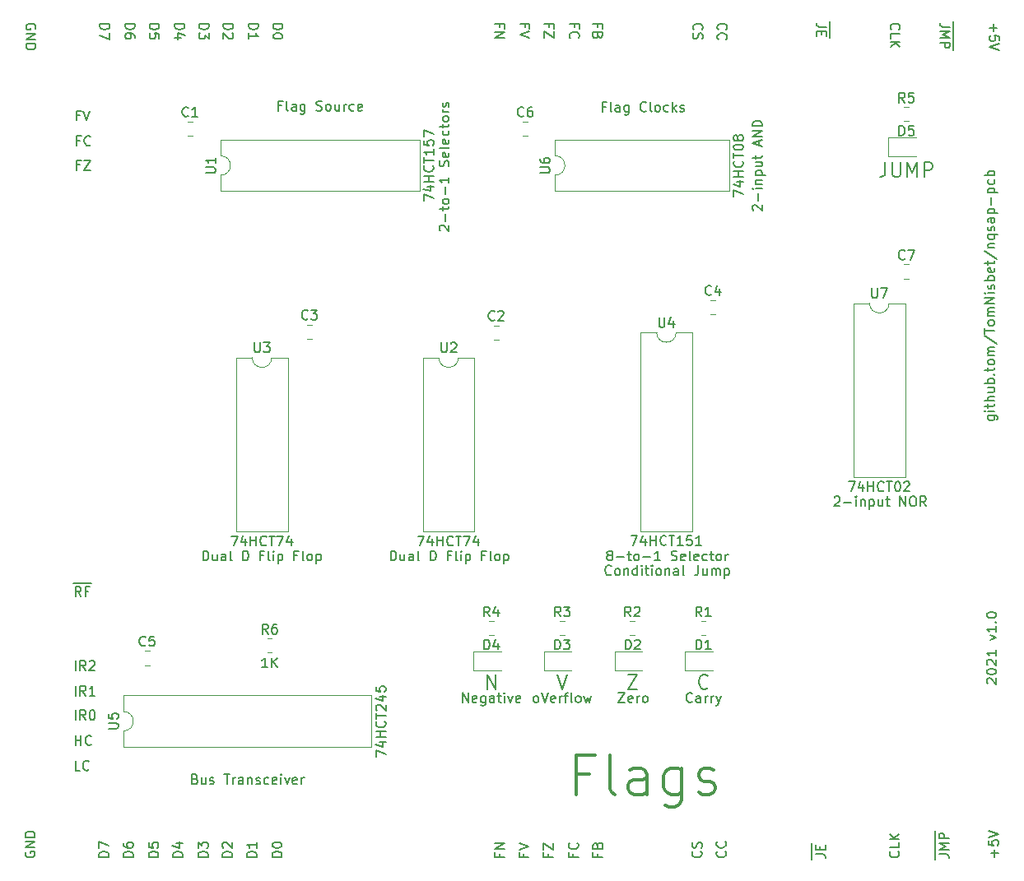
<source format=gto>
G04 #@! TF.GenerationSoftware,KiCad,Pcbnew,(5.1.9)-1*
G04 #@! TF.CreationDate,2021-11-21T16:09:14-05:00*
G04 #@! TF.ProjectId,flags,666c6167-732e-46b6-9963-61645f706362,1.0*
G04 #@! TF.SameCoordinates,Original*
G04 #@! TF.FileFunction,Legend,Top*
G04 #@! TF.FilePolarity,Positive*
%FSLAX46Y46*%
G04 Gerber Fmt 4.6, Leading zero omitted, Abs format (unit mm)*
G04 Created by KiCad (PCBNEW (5.1.9)-1) date 2021-11-21 16:09:14*
%MOMM*%
%LPD*%
G01*
G04 APERTURE LIST*
%ADD10C,0.150000*%
%ADD11C,0.300000*%
%ADD12C,0.120000*%
%ADD13C,0.170000*%
%ADD14O,1.700000X1.700000*%
%ADD15R,1.700000X1.700000*%
%ADD16O,1.600000X1.600000*%
%ADD17R,1.600000X1.600000*%
G04 APERTURE END LIST*
D10*
X184885714Y-88435833D02*
X185695238Y-88435833D01*
X185790476Y-88483452D01*
X185838095Y-88531071D01*
X185885714Y-88626309D01*
X185885714Y-88769166D01*
X185838095Y-88864404D01*
X185504761Y-88435833D02*
X185552380Y-88531071D01*
X185552380Y-88721547D01*
X185504761Y-88816785D01*
X185457142Y-88864404D01*
X185361904Y-88912023D01*
X185076190Y-88912023D01*
X184980952Y-88864404D01*
X184933333Y-88816785D01*
X184885714Y-88721547D01*
X184885714Y-88531071D01*
X184933333Y-88435833D01*
X185552380Y-87959642D02*
X184885714Y-87959642D01*
X184552380Y-87959642D02*
X184600000Y-88007261D01*
X184647619Y-87959642D01*
X184600000Y-87912023D01*
X184552380Y-87959642D01*
X184647619Y-87959642D01*
X184885714Y-87626309D02*
X184885714Y-87245357D01*
X184552380Y-87483452D02*
X185409523Y-87483452D01*
X185504761Y-87435833D01*
X185552380Y-87340595D01*
X185552380Y-87245357D01*
X185552380Y-86912023D02*
X184552380Y-86912023D01*
X185552380Y-86483452D02*
X185028571Y-86483452D01*
X184933333Y-86531071D01*
X184885714Y-86626309D01*
X184885714Y-86769166D01*
X184933333Y-86864404D01*
X184980952Y-86912023D01*
X184885714Y-85578690D02*
X185552380Y-85578690D01*
X184885714Y-86007261D02*
X185409523Y-86007261D01*
X185504761Y-85959642D01*
X185552380Y-85864404D01*
X185552380Y-85721547D01*
X185504761Y-85626309D01*
X185457142Y-85578690D01*
X185552380Y-85102500D02*
X184552380Y-85102500D01*
X184933333Y-85102500D02*
X184885714Y-85007261D01*
X184885714Y-84816785D01*
X184933333Y-84721547D01*
X184980952Y-84673928D01*
X185076190Y-84626309D01*
X185361904Y-84626309D01*
X185457142Y-84673928D01*
X185504761Y-84721547D01*
X185552380Y-84816785D01*
X185552380Y-85007261D01*
X185504761Y-85102500D01*
X185457142Y-84197738D02*
X185504761Y-84150119D01*
X185552380Y-84197738D01*
X185504761Y-84245357D01*
X185457142Y-84197738D01*
X185552380Y-84197738D01*
X184885714Y-83864404D02*
X184885714Y-83483452D01*
X184552380Y-83721547D02*
X185409523Y-83721547D01*
X185504761Y-83673928D01*
X185552380Y-83578690D01*
X185552380Y-83483452D01*
X185552380Y-83007261D02*
X185504761Y-83102500D01*
X185457142Y-83150119D01*
X185361904Y-83197738D01*
X185076190Y-83197738D01*
X184980952Y-83150119D01*
X184933333Y-83102500D01*
X184885714Y-83007261D01*
X184885714Y-82864404D01*
X184933333Y-82769166D01*
X184980952Y-82721547D01*
X185076190Y-82673928D01*
X185361904Y-82673928D01*
X185457142Y-82721547D01*
X185504761Y-82769166D01*
X185552380Y-82864404D01*
X185552380Y-83007261D01*
X185552380Y-82245357D02*
X184885714Y-82245357D01*
X184980952Y-82245357D02*
X184933333Y-82197738D01*
X184885714Y-82102500D01*
X184885714Y-81959642D01*
X184933333Y-81864404D01*
X185028571Y-81816785D01*
X185552380Y-81816785D01*
X185028571Y-81816785D02*
X184933333Y-81769166D01*
X184885714Y-81673928D01*
X184885714Y-81531071D01*
X184933333Y-81435833D01*
X185028571Y-81388214D01*
X185552380Y-81388214D01*
X184504761Y-80197738D02*
X185790476Y-81054880D01*
X184552380Y-80007261D02*
X184552380Y-79435833D01*
X185552380Y-79721547D02*
X184552380Y-79721547D01*
X185552380Y-78959642D02*
X185504761Y-79054880D01*
X185457142Y-79102500D01*
X185361904Y-79150119D01*
X185076190Y-79150119D01*
X184980952Y-79102500D01*
X184933333Y-79054880D01*
X184885714Y-78959642D01*
X184885714Y-78816785D01*
X184933333Y-78721547D01*
X184980952Y-78673928D01*
X185076190Y-78626309D01*
X185361904Y-78626309D01*
X185457142Y-78673928D01*
X185504761Y-78721547D01*
X185552380Y-78816785D01*
X185552380Y-78959642D01*
X185552380Y-78197738D02*
X184885714Y-78197738D01*
X184980952Y-78197738D02*
X184933333Y-78150119D01*
X184885714Y-78054880D01*
X184885714Y-77912023D01*
X184933333Y-77816785D01*
X185028571Y-77769166D01*
X185552380Y-77769166D01*
X185028571Y-77769166D02*
X184933333Y-77721547D01*
X184885714Y-77626309D01*
X184885714Y-77483452D01*
X184933333Y-77388214D01*
X185028571Y-77340595D01*
X185552380Y-77340595D01*
X185552380Y-76864404D02*
X184552380Y-76864404D01*
X185552380Y-76292976D01*
X184552380Y-76292976D01*
X185552380Y-75816785D02*
X184885714Y-75816785D01*
X184552380Y-75816785D02*
X184600000Y-75864404D01*
X184647619Y-75816785D01*
X184600000Y-75769166D01*
X184552380Y-75816785D01*
X184647619Y-75816785D01*
X185504761Y-75388214D02*
X185552380Y-75292976D01*
X185552380Y-75102500D01*
X185504761Y-75007261D01*
X185409523Y-74959642D01*
X185361904Y-74959642D01*
X185266666Y-75007261D01*
X185219047Y-75102500D01*
X185219047Y-75245357D01*
X185171428Y-75340595D01*
X185076190Y-75388214D01*
X185028571Y-75388214D01*
X184933333Y-75340595D01*
X184885714Y-75245357D01*
X184885714Y-75102500D01*
X184933333Y-75007261D01*
X185552380Y-74531071D02*
X184552380Y-74531071D01*
X184933333Y-74531071D02*
X184885714Y-74435833D01*
X184885714Y-74245357D01*
X184933333Y-74150119D01*
X184980952Y-74102500D01*
X185076190Y-74054880D01*
X185361904Y-74054880D01*
X185457142Y-74102500D01*
X185504761Y-74150119D01*
X185552380Y-74245357D01*
X185552380Y-74435833D01*
X185504761Y-74531071D01*
X185504761Y-73245357D02*
X185552380Y-73340595D01*
X185552380Y-73531071D01*
X185504761Y-73626309D01*
X185409523Y-73673928D01*
X185028571Y-73673928D01*
X184933333Y-73626309D01*
X184885714Y-73531071D01*
X184885714Y-73340595D01*
X184933333Y-73245357D01*
X185028571Y-73197738D01*
X185123809Y-73197738D01*
X185219047Y-73673928D01*
X184885714Y-72912023D02*
X184885714Y-72531071D01*
X184552380Y-72769166D02*
X185409523Y-72769166D01*
X185504761Y-72721547D01*
X185552380Y-72626309D01*
X185552380Y-72531071D01*
X184504761Y-71483452D02*
X185790476Y-72340595D01*
X184885714Y-71150119D02*
X185552380Y-71150119D01*
X184980952Y-71150119D02*
X184933333Y-71102500D01*
X184885714Y-71007261D01*
X184885714Y-70864404D01*
X184933333Y-70769166D01*
X185028571Y-70721547D01*
X185552380Y-70721547D01*
X184885714Y-69816785D02*
X185885714Y-69816785D01*
X185504761Y-69816785D02*
X185552380Y-69912023D01*
X185552380Y-70102500D01*
X185504761Y-70197738D01*
X185457142Y-70245357D01*
X185361904Y-70292976D01*
X185076190Y-70292976D01*
X184980952Y-70245357D01*
X184933333Y-70197738D01*
X184885714Y-70102500D01*
X184885714Y-69912023D01*
X184933333Y-69816785D01*
X185504761Y-69388214D02*
X185552380Y-69292976D01*
X185552380Y-69102500D01*
X185504761Y-69007261D01*
X185409523Y-68959642D01*
X185361904Y-68959642D01*
X185266666Y-69007261D01*
X185219047Y-69102500D01*
X185219047Y-69245357D01*
X185171428Y-69340595D01*
X185076190Y-69388214D01*
X185028571Y-69388214D01*
X184933333Y-69340595D01*
X184885714Y-69245357D01*
X184885714Y-69102500D01*
X184933333Y-69007261D01*
X185552380Y-68102500D02*
X185028571Y-68102500D01*
X184933333Y-68150119D01*
X184885714Y-68245357D01*
X184885714Y-68435833D01*
X184933333Y-68531071D01*
X185504761Y-68102500D02*
X185552380Y-68197738D01*
X185552380Y-68435833D01*
X185504761Y-68531071D01*
X185409523Y-68578690D01*
X185314285Y-68578690D01*
X185219047Y-68531071D01*
X185171428Y-68435833D01*
X185171428Y-68197738D01*
X185123809Y-68102500D01*
X184885714Y-67626309D02*
X185885714Y-67626309D01*
X184933333Y-67626309D02*
X184885714Y-67531071D01*
X184885714Y-67340595D01*
X184933333Y-67245357D01*
X184980952Y-67197738D01*
X185076190Y-67150119D01*
X185361904Y-67150119D01*
X185457142Y-67197738D01*
X185504761Y-67245357D01*
X185552380Y-67340595D01*
X185552380Y-67531071D01*
X185504761Y-67626309D01*
X185171428Y-66721547D02*
X185171428Y-65959642D01*
X184885714Y-65483452D02*
X185885714Y-65483452D01*
X184933333Y-65483452D02*
X184885714Y-65388214D01*
X184885714Y-65197738D01*
X184933333Y-65102500D01*
X184980952Y-65054880D01*
X185076190Y-65007261D01*
X185361904Y-65007261D01*
X185457142Y-65054880D01*
X185504761Y-65102500D01*
X185552380Y-65197738D01*
X185552380Y-65388214D01*
X185504761Y-65483452D01*
X185504761Y-64150119D02*
X185552380Y-64245357D01*
X185552380Y-64435833D01*
X185504761Y-64531071D01*
X185457142Y-64578690D01*
X185361904Y-64626309D01*
X185076190Y-64626309D01*
X184980952Y-64578690D01*
X184933333Y-64531071D01*
X184885714Y-64435833D01*
X184885714Y-64245357D01*
X184933333Y-64150119D01*
X185552380Y-63721547D02*
X184552380Y-63721547D01*
X184933333Y-63721547D02*
X184885714Y-63626309D01*
X184885714Y-63435833D01*
X184933333Y-63340595D01*
X184980952Y-63292976D01*
X185076190Y-63245357D01*
X185361904Y-63245357D01*
X185457142Y-63292976D01*
X185504761Y-63340595D01*
X185552380Y-63435833D01*
X185552380Y-63626309D01*
X185504761Y-63721547D01*
X184847619Y-116012023D02*
X184800000Y-115964404D01*
X184752380Y-115869166D01*
X184752380Y-115631071D01*
X184800000Y-115535833D01*
X184847619Y-115488214D01*
X184942857Y-115440595D01*
X185038095Y-115440595D01*
X185180952Y-115488214D01*
X185752380Y-116059642D01*
X185752380Y-115440595D01*
X184752380Y-114821547D02*
X184752380Y-114726309D01*
X184800000Y-114631071D01*
X184847619Y-114583452D01*
X184942857Y-114535833D01*
X185133333Y-114488214D01*
X185371428Y-114488214D01*
X185561904Y-114535833D01*
X185657142Y-114583452D01*
X185704761Y-114631071D01*
X185752380Y-114726309D01*
X185752380Y-114821547D01*
X185704761Y-114916785D01*
X185657142Y-114964404D01*
X185561904Y-115012023D01*
X185371428Y-115059642D01*
X185133333Y-115059642D01*
X184942857Y-115012023D01*
X184847619Y-114964404D01*
X184800000Y-114916785D01*
X184752380Y-114821547D01*
X184847619Y-114107261D02*
X184800000Y-114059642D01*
X184752380Y-113964404D01*
X184752380Y-113726309D01*
X184800000Y-113631071D01*
X184847619Y-113583452D01*
X184942857Y-113535833D01*
X185038095Y-113535833D01*
X185180952Y-113583452D01*
X185752380Y-114154880D01*
X185752380Y-113535833D01*
X185752380Y-112583452D02*
X185752380Y-113154880D01*
X185752380Y-112869166D02*
X184752380Y-112869166D01*
X184895238Y-112964404D01*
X184990476Y-113059642D01*
X185038095Y-113154880D01*
X185085714Y-111488214D02*
X185752380Y-111250119D01*
X185085714Y-111012023D01*
X185752380Y-110107261D02*
X185752380Y-110678690D01*
X185752380Y-110392976D02*
X184752380Y-110392976D01*
X184895238Y-110488214D01*
X184990476Y-110583452D01*
X185038095Y-110678690D01*
X185657142Y-109678690D02*
X185704761Y-109631071D01*
X185752380Y-109678690D01*
X185704761Y-109726309D01*
X185657142Y-109678690D01*
X185752380Y-109678690D01*
X184752380Y-109012023D02*
X184752380Y-108916785D01*
X184800000Y-108821547D01*
X184847619Y-108773928D01*
X184942857Y-108726309D01*
X185133333Y-108678690D01*
X185371428Y-108678690D01*
X185561904Y-108726309D01*
X185657142Y-108773928D01*
X185704761Y-108821547D01*
X185752380Y-108916785D01*
X185752380Y-109012023D01*
X185704761Y-109107261D01*
X185657142Y-109154880D01*
X185561904Y-109202500D01*
X185371428Y-109250119D01*
X185133333Y-109250119D01*
X184942857Y-109202500D01*
X184847619Y-109154880D01*
X184800000Y-109107261D01*
X184752380Y-109012023D01*
D11*
X143885714Y-125314285D02*
X142552380Y-125314285D01*
X142552380Y-127409523D02*
X142552380Y-123409523D01*
X144457142Y-123409523D01*
X146552380Y-127409523D02*
X146171428Y-127219047D01*
X145980952Y-126838095D01*
X145980952Y-123409523D01*
X149790476Y-127409523D02*
X149790476Y-125314285D01*
X149600000Y-124933333D01*
X149219047Y-124742857D01*
X148457142Y-124742857D01*
X148076190Y-124933333D01*
X149790476Y-127219047D02*
X149409523Y-127409523D01*
X148457142Y-127409523D01*
X148076190Y-127219047D01*
X147885714Y-126838095D01*
X147885714Y-126457142D01*
X148076190Y-126076190D01*
X148457142Y-125885714D01*
X149409523Y-125885714D01*
X149790476Y-125695238D01*
X153409523Y-124742857D02*
X153409523Y-127980952D01*
X153219047Y-128361904D01*
X153028571Y-128552380D01*
X152647619Y-128742857D01*
X152076190Y-128742857D01*
X151695238Y-128552380D01*
X153409523Y-127219047D02*
X153028571Y-127409523D01*
X152266666Y-127409523D01*
X151885714Y-127219047D01*
X151695238Y-127028571D01*
X151504761Y-126647619D01*
X151504761Y-125504761D01*
X151695238Y-125123809D01*
X151885714Y-124933333D01*
X152266666Y-124742857D01*
X153028571Y-124742857D01*
X153409523Y-124933333D01*
X155123809Y-127219047D02*
X155504761Y-127409523D01*
X156266666Y-127409523D01*
X156647619Y-127219047D01*
X156838095Y-126838095D01*
X156838095Y-126647619D01*
X156647619Y-126266666D01*
X156266666Y-126076190D01*
X155695238Y-126076190D01*
X155314285Y-125885714D01*
X155123809Y-125504761D01*
X155123809Y-125314285D01*
X155314285Y-124933333D01*
X155695238Y-124742857D01*
X156266666Y-124742857D01*
X156647619Y-124933333D01*
D10*
X154457142Y-117857142D02*
X154409523Y-117904761D01*
X154266666Y-117952380D01*
X154171428Y-117952380D01*
X154028571Y-117904761D01*
X153933333Y-117809523D01*
X153885714Y-117714285D01*
X153838095Y-117523809D01*
X153838095Y-117380952D01*
X153885714Y-117190476D01*
X153933333Y-117095238D01*
X154028571Y-117000000D01*
X154171428Y-116952380D01*
X154266666Y-116952380D01*
X154409523Y-117000000D01*
X154457142Y-117047619D01*
X155314285Y-117952380D02*
X155314285Y-117428571D01*
X155266666Y-117333333D01*
X155171428Y-117285714D01*
X154980952Y-117285714D01*
X154885714Y-117333333D01*
X155314285Y-117904761D02*
X155219047Y-117952380D01*
X154980952Y-117952380D01*
X154885714Y-117904761D01*
X154838095Y-117809523D01*
X154838095Y-117714285D01*
X154885714Y-117619047D01*
X154980952Y-117571428D01*
X155219047Y-117571428D01*
X155314285Y-117523809D01*
X155790476Y-117952380D02*
X155790476Y-117285714D01*
X155790476Y-117476190D02*
X155838095Y-117380952D01*
X155885714Y-117333333D01*
X155980952Y-117285714D01*
X156076190Y-117285714D01*
X156409523Y-117952380D02*
X156409523Y-117285714D01*
X156409523Y-117476190D02*
X156457142Y-117380952D01*
X156504761Y-117333333D01*
X156600000Y-117285714D01*
X156695238Y-117285714D01*
X156933333Y-117285714D02*
X157171428Y-117952380D01*
X157409523Y-117285714D02*
X157171428Y-117952380D01*
X157076190Y-118190476D01*
X157028571Y-118238095D01*
X156933333Y-118285714D01*
X146876190Y-116952380D02*
X147542857Y-116952380D01*
X146876190Y-117952380D01*
X147542857Y-117952380D01*
X148304761Y-117904761D02*
X148209523Y-117952380D01*
X148019047Y-117952380D01*
X147923809Y-117904761D01*
X147876190Y-117809523D01*
X147876190Y-117428571D01*
X147923809Y-117333333D01*
X148019047Y-117285714D01*
X148209523Y-117285714D01*
X148304761Y-117333333D01*
X148352380Y-117428571D01*
X148352380Y-117523809D01*
X147876190Y-117619047D01*
X148780952Y-117952380D02*
X148780952Y-117285714D01*
X148780952Y-117476190D02*
X148828571Y-117380952D01*
X148876190Y-117333333D01*
X148971428Y-117285714D01*
X149066666Y-117285714D01*
X149542857Y-117952380D02*
X149447619Y-117904761D01*
X149400000Y-117857142D01*
X149352380Y-117761904D01*
X149352380Y-117476190D01*
X149400000Y-117380952D01*
X149447619Y-117333333D01*
X149542857Y-117285714D01*
X149685714Y-117285714D01*
X149780952Y-117333333D01*
X149828571Y-117380952D01*
X149876190Y-117476190D01*
X149876190Y-117761904D01*
X149828571Y-117857142D01*
X149780952Y-117904761D01*
X149685714Y-117952380D01*
X149542857Y-117952380D01*
X138338095Y-117952380D02*
X138242857Y-117904761D01*
X138195238Y-117857142D01*
X138147619Y-117761904D01*
X138147619Y-117476190D01*
X138195238Y-117380952D01*
X138242857Y-117333333D01*
X138338095Y-117285714D01*
X138480952Y-117285714D01*
X138576190Y-117333333D01*
X138623809Y-117380952D01*
X138671428Y-117476190D01*
X138671428Y-117761904D01*
X138623809Y-117857142D01*
X138576190Y-117904761D01*
X138480952Y-117952380D01*
X138338095Y-117952380D01*
X138957142Y-116952380D02*
X139290476Y-117952380D01*
X139623809Y-116952380D01*
X140338095Y-117904761D02*
X140242857Y-117952380D01*
X140052380Y-117952380D01*
X139957142Y-117904761D01*
X139909523Y-117809523D01*
X139909523Y-117428571D01*
X139957142Y-117333333D01*
X140052380Y-117285714D01*
X140242857Y-117285714D01*
X140338095Y-117333333D01*
X140385714Y-117428571D01*
X140385714Y-117523809D01*
X139909523Y-117619047D01*
X140814285Y-117952380D02*
X140814285Y-117285714D01*
X140814285Y-117476190D02*
X140861904Y-117380952D01*
X140909523Y-117333333D01*
X141004761Y-117285714D01*
X141100000Y-117285714D01*
X141290476Y-117285714D02*
X141671428Y-117285714D01*
X141433333Y-117952380D02*
X141433333Y-117095238D01*
X141480952Y-117000000D01*
X141576190Y-116952380D01*
X141671428Y-116952380D01*
X142147619Y-117952380D02*
X142052380Y-117904761D01*
X142004761Y-117809523D01*
X142004761Y-116952380D01*
X142671428Y-117952380D02*
X142576190Y-117904761D01*
X142528571Y-117857142D01*
X142480952Y-117761904D01*
X142480952Y-117476190D01*
X142528571Y-117380952D01*
X142576190Y-117333333D01*
X142671428Y-117285714D01*
X142814285Y-117285714D01*
X142909523Y-117333333D01*
X142957142Y-117380952D01*
X143004761Y-117476190D01*
X143004761Y-117761904D01*
X142957142Y-117857142D01*
X142909523Y-117904761D01*
X142814285Y-117952380D01*
X142671428Y-117952380D01*
X143338095Y-117285714D02*
X143528571Y-117952380D01*
X143719047Y-117476190D01*
X143909523Y-117952380D01*
X144100000Y-117285714D01*
X130847619Y-117952380D02*
X130847619Y-116952380D01*
X131419047Y-117952380D01*
X131419047Y-116952380D01*
X132276190Y-117904761D02*
X132180952Y-117952380D01*
X131990476Y-117952380D01*
X131895238Y-117904761D01*
X131847619Y-117809523D01*
X131847619Y-117428571D01*
X131895238Y-117333333D01*
X131990476Y-117285714D01*
X132180952Y-117285714D01*
X132276190Y-117333333D01*
X132323809Y-117428571D01*
X132323809Y-117523809D01*
X131847619Y-117619047D01*
X133180952Y-117285714D02*
X133180952Y-118095238D01*
X133133333Y-118190476D01*
X133085714Y-118238095D01*
X132990476Y-118285714D01*
X132847619Y-118285714D01*
X132752380Y-118238095D01*
X133180952Y-117904761D02*
X133085714Y-117952380D01*
X132895238Y-117952380D01*
X132800000Y-117904761D01*
X132752380Y-117857142D01*
X132704761Y-117761904D01*
X132704761Y-117476190D01*
X132752380Y-117380952D01*
X132800000Y-117333333D01*
X132895238Y-117285714D01*
X133085714Y-117285714D01*
X133180952Y-117333333D01*
X134085714Y-117952380D02*
X134085714Y-117428571D01*
X134038095Y-117333333D01*
X133942857Y-117285714D01*
X133752380Y-117285714D01*
X133657142Y-117333333D01*
X134085714Y-117904761D02*
X133990476Y-117952380D01*
X133752380Y-117952380D01*
X133657142Y-117904761D01*
X133609523Y-117809523D01*
X133609523Y-117714285D01*
X133657142Y-117619047D01*
X133752380Y-117571428D01*
X133990476Y-117571428D01*
X134085714Y-117523809D01*
X134419047Y-117285714D02*
X134800000Y-117285714D01*
X134561904Y-116952380D02*
X134561904Y-117809523D01*
X134609523Y-117904761D01*
X134704761Y-117952380D01*
X134800000Y-117952380D01*
X135133333Y-117952380D02*
X135133333Y-117285714D01*
X135133333Y-116952380D02*
X135085714Y-117000000D01*
X135133333Y-117047619D01*
X135180952Y-117000000D01*
X135133333Y-116952380D01*
X135133333Y-117047619D01*
X135514285Y-117285714D02*
X135752380Y-117952380D01*
X135990476Y-117285714D01*
X136752380Y-117904761D02*
X136657142Y-117952380D01*
X136466666Y-117952380D01*
X136371428Y-117904761D01*
X136323809Y-117809523D01*
X136323809Y-117428571D01*
X136371428Y-117333333D01*
X136466666Y-117285714D01*
X136657142Y-117285714D01*
X136752380Y-117333333D01*
X136800000Y-117428571D01*
X136800000Y-117523809D01*
X136323809Y-117619047D01*
X168615000Y-47897500D02*
X168615000Y-48659404D01*
X168247619Y-48421309D02*
X167533333Y-48421309D01*
X167390476Y-48373690D01*
X167295238Y-48278452D01*
X167247619Y-48135595D01*
X167247619Y-48040357D01*
X168615000Y-48659404D02*
X168615000Y-49564166D01*
X167771428Y-48897500D02*
X167771428Y-49230833D01*
X167247619Y-49373690D02*
X167247619Y-48897500D01*
X168247619Y-48897500D01*
X168247619Y-49373690D01*
X175657142Y-133292976D02*
X175704761Y-133340595D01*
X175752380Y-133483452D01*
X175752380Y-133578690D01*
X175704761Y-133721547D01*
X175609523Y-133816785D01*
X175514285Y-133864404D01*
X175323809Y-133912023D01*
X175180952Y-133912023D01*
X174990476Y-133864404D01*
X174895238Y-133816785D01*
X174800000Y-133721547D01*
X174752380Y-133578690D01*
X174752380Y-133483452D01*
X174800000Y-133340595D01*
X174847619Y-133292976D01*
X175752380Y-132388214D02*
X175752380Y-132864404D01*
X174752380Y-132864404D01*
X175752380Y-132054880D02*
X174752380Y-132054880D01*
X175752380Y-131483452D02*
X175180952Y-131912023D01*
X174752380Y-131483452D02*
X175323809Y-132054880D01*
X91035595Y-114652380D02*
X91035595Y-113652380D01*
X92083214Y-114652380D02*
X91749880Y-114176190D01*
X91511785Y-114652380D02*
X91511785Y-113652380D01*
X91892738Y-113652380D01*
X91987976Y-113700000D01*
X92035595Y-113747619D01*
X92083214Y-113842857D01*
X92083214Y-113985714D01*
X92035595Y-114080952D01*
X91987976Y-114128571D01*
X91892738Y-114176190D01*
X91511785Y-114176190D01*
X92464166Y-113747619D02*
X92511785Y-113700000D01*
X92607023Y-113652380D01*
X92845119Y-113652380D01*
X92940357Y-113700000D01*
X92987976Y-113747619D01*
X93035595Y-113842857D01*
X93035595Y-113938095D01*
X92987976Y-114080952D01*
X92416547Y-114652380D01*
X93035595Y-114652380D01*
X91035595Y-117252380D02*
X91035595Y-116252380D01*
X92083214Y-117252380D02*
X91749880Y-116776190D01*
X91511785Y-117252380D02*
X91511785Y-116252380D01*
X91892738Y-116252380D01*
X91987976Y-116300000D01*
X92035595Y-116347619D01*
X92083214Y-116442857D01*
X92083214Y-116585714D01*
X92035595Y-116680952D01*
X91987976Y-116728571D01*
X91892738Y-116776190D01*
X91511785Y-116776190D01*
X93035595Y-117252380D02*
X92464166Y-117252380D01*
X92749880Y-117252380D02*
X92749880Y-116252380D01*
X92654642Y-116395238D01*
X92559404Y-116490476D01*
X92464166Y-116538095D01*
X91035595Y-119752380D02*
X91035595Y-118752380D01*
X92083214Y-119752380D02*
X91749880Y-119276190D01*
X91511785Y-119752380D02*
X91511785Y-118752380D01*
X91892738Y-118752380D01*
X91987976Y-118800000D01*
X92035595Y-118847619D01*
X92083214Y-118942857D01*
X92083214Y-119085714D01*
X92035595Y-119180952D01*
X91987976Y-119228571D01*
X91892738Y-119276190D01*
X91511785Y-119276190D01*
X92702261Y-118752380D02*
X92797500Y-118752380D01*
X92892738Y-118800000D01*
X92940357Y-118847619D01*
X92987976Y-118942857D01*
X93035595Y-119133333D01*
X93035595Y-119371428D01*
X92987976Y-119561904D01*
X92940357Y-119657142D01*
X92892738Y-119704761D01*
X92797500Y-119752380D01*
X92702261Y-119752380D01*
X92607023Y-119704761D01*
X92559404Y-119657142D01*
X92511785Y-119561904D01*
X92464166Y-119371428D01*
X92464166Y-119133333D01*
X92511785Y-118942857D01*
X92559404Y-118847619D01*
X92607023Y-118800000D01*
X92702261Y-118752380D01*
X91035595Y-122352380D02*
X91035595Y-121352380D01*
X91035595Y-121828571D02*
X91607023Y-121828571D01*
X91607023Y-122352380D02*
X91607023Y-121352380D01*
X92654642Y-122257142D02*
X92607023Y-122304761D01*
X92464166Y-122352380D01*
X92368928Y-122352380D01*
X92226071Y-122304761D01*
X92130833Y-122209523D01*
X92083214Y-122114285D01*
X92035595Y-121923809D01*
X92035595Y-121780952D01*
X92083214Y-121590476D01*
X92130833Y-121495238D01*
X92226071Y-121400000D01*
X92368928Y-121352380D01*
X92464166Y-121352380D01*
X92607023Y-121400000D01*
X92654642Y-121447619D01*
X91511785Y-124952380D02*
X91035595Y-124952380D01*
X91035595Y-123952380D01*
X92416547Y-124857142D02*
X92368928Y-124904761D01*
X92226071Y-124952380D01*
X92130833Y-124952380D01*
X91987976Y-124904761D01*
X91892738Y-124809523D01*
X91845119Y-124714285D01*
X91797500Y-124523809D01*
X91797500Y-124380952D01*
X91845119Y-124190476D01*
X91892738Y-124095238D01*
X91987976Y-124000000D01*
X92130833Y-123952380D01*
X92226071Y-123952380D01*
X92368928Y-124000000D01*
X92416547Y-124047619D01*
X90797500Y-105685000D02*
X91797500Y-105685000D01*
X91607023Y-107052380D02*
X91273690Y-106576190D01*
X91035595Y-107052380D02*
X91035595Y-106052380D01*
X91416547Y-106052380D01*
X91511785Y-106100000D01*
X91559404Y-106147619D01*
X91607023Y-106242857D01*
X91607023Y-106385714D01*
X91559404Y-106480952D01*
X91511785Y-106528571D01*
X91416547Y-106576190D01*
X91035595Y-106576190D01*
X91797500Y-105685000D02*
X92654642Y-105685000D01*
X92368928Y-106528571D02*
X92035595Y-106528571D01*
X92035595Y-107052380D02*
X92035595Y-106052380D01*
X92511785Y-106052380D01*
X91468928Y-62628571D02*
X91135595Y-62628571D01*
X91135595Y-63152380D02*
X91135595Y-62152380D01*
X91611785Y-62152380D01*
X91897500Y-62152380D02*
X92564166Y-62152380D01*
X91897500Y-63152380D01*
X92564166Y-63152380D01*
X91468928Y-60128571D02*
X91135595Y-60128571D01*
X91135595Y-60652380D02*
X91135595Y-59652380D01*
X91611785Y-59652380D01*
X92564166Y-60557142D02*
X92516547Y-60604761D01*
X92373690Y-60652380D01*
X92278452Y-60652380D01*
X92135595Y-60604761D01*
X92040357Y-60509523D01*
X91992738Y-60414285D01*
X91945119Y-60223809D01*
X91945119Y-60080952D01*
X91992738Y-59890476D01*
X92040357Y-59795238D01*
X92135595Y-59700000D01*
X92278452Y-59652380D01*
X92373690Y-59652380D01*
X92516547Y-59700000D01*
X92564166Y-59747619D01*
X91468928Y-57528571D02*
X91135595Y-57528571D01*
X91135595Y-58052380D02*
X91135595Y-57052380D01*
X91611785Y-57052380D01*
X91849880Y-57052380D02*
X92183214Y-58052380D01*
X92516547Y-57052380D01*
X181315000Y-47897500D02*
X181315000Y-48659404D01*
X180947619Y-48421309D02*
X180233333Y-48421309D01*
X180090476Y-48373690D01*
X179995238Y-48278452D01*
X179947619Y-48135595D01*
X179947619Y-48040357D01*
X181315000Y-48659404D02*
X181315000Y-49802261D01*
X179947619Y-48897500D02*
X180947619Y-48897500D01*
X180233333Y-49230833D01*
X180947619Y-49564166D01*
X179947619Y-49564166D01*
X181315000Y-49802261D02*
X181315000Y-50802261D01*
X179947619Y-50040357D02*
X180947619Y-50040357D01*
X180947619Y-50421309D01*
X180900000Y-50516547D01*
X180852380Y-50564166D01*
X180757142Y-50611785D01*
X180614285Y-50611785D01*
X180519047Y-50564166D01*
X180471428Y-50516547D01*
X180423809Y-50421309D01*
X180423809Y-50040357D01*
X179485000Y-134102500D02*
X179485000Y-133340595D01*
X179852380Y-133578690D02*
X180566666Y-133578690D01*
X180709523Y-133626309D01*
X180804761Y-133721547D01*
X180852380Y-133864404D01*
X180852380Y-133959642D01*
X179485000Y-133340595D02*
X179485000Y-132197738D01*
X180852380Y-133102500D02*
X179852380Y-133102500D01*
X180566666Y-132769166D01*
X179852380Y-132435833D01*
X180852380Y-132435833D01*
X179485000Y-132197738D02*
X179485000Y-131197738D01*
X180852380Y-131959642D02*
X179852380Y-131959642D01*
X179852380Y-131578690D01*
X179900000Y-131483452D01*
X179947619Y-131435833D01*
X180042857Y-131388214D01*
X180185714Y-131388214D01*
X180280952Y-131435833D01*
X180328571Y-131483452D01*
X180376190Y-131578690D01*
X180376190Y-131959642D01*
X157142857Y-48707023D02*
X157095238Y-48659404D01*
X157047619Y-48516547D01*
X157047619Y-48421309D01*
X157095238Y-48278452D01*
X157190476Y-48183214D01*
X157285714Y-48135595D01*
X157476190Y-48087976D01*
X157619047Y-48087976D01*
X157809523Y-48135595D01*
X157904761Y-48183214D01*
X158000000Y-48278452D01*
X158047619Y-48421309D01*
X158047619Y-48516547D01*
X158000000Y-48659404D01*
X157952380Y-48707023D01*
X157142857Y-49707023D02*
X157095238Y-49659404D01*
X157047619Y-49516547D01*
X157047619Y-49421309D01*
X157095238Y-49278452D01*
X157190476Y-49183214D01*
X157285714Y-49135595D01*
X157476190Y-49087976D01*
X157619047Y-49087976D01*
X157809523Y-49135595D01*
X157904761Y-49183214D01*
X158000000Y-49278452D01*
X158047619Y-49421309D01*
X158047619Y-49516547D01*
X158000000Y-49659404D01*
X157952380Y-49707023D01*
X142371428Y-48468928D02*
X142371428Y-48135595D01*
X141847619Y-48135595D02*
X142847619Y-48135595D01*
X142847619Y-48611785D01*
X141942857Y-49564166D02*
X141895238Y-49516547D01*
X141847619Y-49373690D01*
X141847619Y-49278452D01*
X141895238Y-49135595D01*
X141990476Y-49040357D01*
X142085714Y-48992738D01*
X142276190Y-48945119D01*
X142419047Y-48945119D01*
X142609523Y-48992738D01*
X142704761Y-49040357D01*
X142800000Y-49135595D01*
X142847619Y-49278452D01*
X142847619Y-49373690D01*
X142800000Y-49516547D01*
X142752380Y-49564166D01*
X137271428Y-48468928D02*
X137271428Y-48135595D01*
X136747619Y-48135595D02*
X137747619Y-48135595D01*
X137747619Y-48611785D01*
X137747619Y-48849880D02*
X136747619Y-49183214D01*
X137747619Y-49516547D01*
X174942857Y-48707023D02*
X174895238Y-48659404D01*
X174847619Y-48516547D01*
X174847619Y-48421309D01*
X174895238Y-48278452D01*
X174990476Y-48183214D01*
X175085714Y-48135595D01*
X175276190Y-48087976D01*
X175419047Y-48087976D01*
X175609523Y-48135595D01*
X175704761Y-48183214D01*
X175800000Y-48278452D01*
X175847619Y-48421309D01*
X175847619Y-48516547D01*
X175800000Y-48659404D01*
X175752380Y-48707023D01*
X174847619Y-49611785D02*
X174847619Y-49135595D01*
X175847619Y-49135595D01*
X174847619Y-49945119D02*
X175847619Y-49945119D01*
X174847619Y-50516547D02*
X175419047Y-50087976D01*
X175847619Y-50516547D02*
X175276190Y-49945119D01*
X154642857Y-48707023D02*
X154595238Y-48659404D01*
X154547619Y-48516547D01*
X154547619Y-48421309D01*
X154595238Y-48278452D01*
X154690476Y-48183214D01*
X154785714Y-48135595D01*
X154976190Y-48087976D01*
X155119047Y-48087976D01*
X155309523Y-48135595D01*
X155404761Y-48183214D01*
X155500000Y-48278452D01*
X155547619Y-48421309D01*
X155547619Y-48516547D01*
X155500000Y-48659404D01*
X155452380Y-48707023D01*
X154595238Y-49087976D02*
X154547619Y-49230833D01*
X154547619Y-49468928D01*
X154595238Y-49564166D01*
X154642857Y-49611785D01*
X154738095Y-49659404D01*
X154833333Y-49659404D01*
X154928571Y-49611785D01*
X154976190Y-49564166D01*
X155023809Y-49468928D01*
X155071428Y-49278452D01*
X155119047Y-49183214D01*
X155166666Y-49135595D01*
X155261904Y-49087976D01*
X155357142Y-49087976D01*
X155452380Y-49135595D01*
X155500000Y-49183214D01*
X155547619Y-49278452D01*
X155547619Y-49516547D01*
X155500000Y-49659404D01*
X144771428Y-48468928D02*
X144771428Y-48135595D01*
X144247619Y-48135595D02*
X145247619Y-48135595D01*
X145247619Y-48611785D01*
X144771428Y-49326071D02*
X144723809Y-49468928D01*
X144676190Y-49516547D01*
X144580952Y-49564166D01*
X144438095Y-49564166D01*
X144342857Y-49516547D01*
X144295238Y-49468928D01*
X144247619Y-49373690D01*
X144247619Y-48992738D01*
X145247619Y-48992738D01*
X145247619Y-49326071D01*
X145200000Y-49421309D01*
X145152380Y-49468928D01*
X145057142Y-49516547D01*
X144961904Y-49516547D01*
X144866666Y-49468928D01*
X144819047Y-49421309D01*
X144771428Y-49326071D01*
X144771428Y-48992738D01*
X139771428Y-48468928D02*
X139771428Y-48135595D01*
X139247619Y-48135595D02*
X140247619Y-48135595D01*
X140247619Y-48611785D01*
X140247619Y-48897500D02*
X140247619Y-49564166D01*
X139247619Y-48897500D01*
X139247619Y-49564166D01*
X185428571Y-48135595D02*
X185428571Y-48897500D01*
X185047619Y-48516547D02*
X185809523Y-48516547D01*
X186047619Y-49849880D02*
X186047619Y-49373690D01*
X185571428Y-49326071D01*
X185619047Y-49373690D01*
X185666666Y-49468928D01*
X185666666Y-49707023D01*
X185619047Y-49802261D01*
X185571428Y-49849880D01*
X185476190Y-49897500D01*
X185238095Y-49897500D01*
X185142857Y-49849880D01*
X185095238Y-49802261D01*
X185047619Y-49707023D01*
X185047619Y-49468928D01*
X185095238Y-49373690D01*
X185142857Y-49326071D01*
X186047619Y-50183214D02*
X185047619Y-50516547D01*
X186047619Y-50849880D01*
X86900000Y-48659404D02*
X86947619Y-48564166D01*
X86947619Y-48421309D01*
X86900000Y-48278452D01*
X86804761Y-48183214D01*
X86709523Y-48135595D01*
X86519047Y-48087976D01*
X86376190Y-48087976D01*
X86185714Y-48135595D01*
X86090476Y-48183214D01*
X85995238Y-48278452D01*
X85947619Y-48421309D01*
X85947619Y-48516547D01*
X85995238Y-48659404D01*
X86042857Y-48707023D01*
X86376190Y-48707023D01*
X86376190Y-48516547D01*
X85947619Y-49135595D02*
X86947619Y-49135595D01*
X85947619Y-49707023D01*
X86947619Y-49707023D01*
X85947619Y-50183214D02*
X86947619Y-50183214D01*
X86947619Y-50421309D01*
X86900000Y-50564166D01*
X86804761Y-50659404D01*
X86709523Y-50707023D01*
X86519047Y-50754642D01*
X86376190Y-50754642D01*
X86185714Y-50707023D01*
X86090476Y-50659404D01*
X85995238Y-50564166D01*
X85947619Y-50421309D01*
X85947619Y-50183214D01*
X101247619Y-48135595D02*
X102247619Y-48135595D01*
X102247619Y-48373690D01*
X102200000Y-48516547D01*
X102104761Y-48611785D01*
X102009523Y-48659404D01*
X101819047Y-48707023D01*
X101676190Y-48707023D01*
X101485714Y-48659404D01*
X101390476Y-48611785D01*
X101295238Y-48516547D01*
X101247619Y-48373690D01*
X101247619Y-48135595D01*
X101914285Y-49564166D02*
X101247619Y-49564166D01*
X102295238Y-49326071D02*
X101580952Y-49087976D01*
X101580952Y-49707023D01*
X111347619Y-48135595D02*
X112347619Y-48135595D01*
X112347619Y-48373690D01*
X112300000Y-48516547D01*
X112204761Y-48611785D01*
X112109523Y-48659404D01*
X111919047Y-48707023D01*
X111776190Y-48707023D01*
X111585714Y-48659404D01*
X111490476Y-48611785D01*
X111395238Y-48516547D01*
X111347619Y-48373690D01*
X111347619Y-48135595D01*
X112347619Y-49326071D02*
X112347619Y-49421309D01*
X112300000Y-49516547D01*
X112252380Y-49564166D01*
X112157142Y-49611785D01*
X111966666Y-49659404D01*
X111728571Y-49659404D01*
X111538095Y-49611785D01*
X111442857Y-49564166D01*
X111395238Y-49516547D01*
X111347619Y-49421309D01*
X111347619Y-49326071D01*
X111395238Y-49230833D01*
X111442857Y-49183214D01*
X111538095Y-49135595D01*
X111728571Y-49087976D01*
X111966666Y-49087976D01*
X112157142Y-49135595D01*
X112252380Y-49183214D01*
X112300000Y-49230833D01*
X112347619Y-49326071D01*
X98647619Y-48135595D02*
X99647619Y-48135595D01*
X99647619Y-48373690D01*
X99600000Y-48516547D01*
X99504761Y-48611785D01*
X99409523Y-48659404D01*
X99219047Y-48707023D01*
X99076190Y-48707023D01*
X98885714Y-48659404D01*
X98790476Y-48611785D01*
X98695238Y-48516547D01*
X98647619Y-48373690D01*
X98647619Y-48135595D01*
X99647619Y-49611785D02*
X99647619Y-49135595D01*
X99171428Y-49087976D01*
X99219047Y-49135595D01*
X99266666Y-49230833D01*
X99266666Y-49468928D01*
X99219047Y-49564166D01*
X99171428Y-49611785D01*
X99076190Y-49659404D01*
X98838095Y-49659404D01*
X98742857Y-49611785D01*
X98695238Y-49564166D01*
X98647619Y-49468928D01*
X98647619Y-49230833D01*
X98695238Y-49135595D01*
X98742857Y-49087976D01*
X108847619Y-48135595D02*
X109847619Y-48135595D01*
X109847619Y-48373690D01*
X109800000Y-48516547D01*
X109704761Y-48611785D01*
X109609523Y-48659404D01*
X109419047Y-48707023D01*
X109276190Y-48707023D01*
X109085714Y-48659404D01*
X108990476Y-48611785D01*
X108895238Y-48516547D01*
X108847619Y-48373690D01*
X108847619Y-48135595D01*
X108847619Y-49659404D02*
X108847619Y-49087976D01*
X108847619Y-49373690D02*
X109847619Y-49373690D01*
X109704761Y-49278452D01*
X109609523Y-49183214D01*
X109561904Y-49087976D01*
X103747619Y-48135595D02*
X104747619Y-48135595D01*
X104747619Y-48373690D01*
X104700000Y-48516547D01*
X104604761Y-48611785D01*
X104509523Y-48659404D01*
X104319047Y-48707023D01*
X104176190Y-48707023D01*
X103985714Y-48659404D01*
X103890476Y-48611785D01*
X103795238Y-48516547D01*
X103747619Y-48373690D01*
X103747619Y-48135595D01*
X104747619Y-49040357D02*
X104747619Y-49659404D01*
X104366666Y-49326071D01*
X104366666Y-49468928D01*
X104319047Y-49564166D01*
X104271428Y-49611785D01*
X104176190Y-49659404D01*
X103938095Y-49659404D01*
X103842857Y-49611785D01*
X103795238Y-49564166D01*
X103747619Y-49468928D01*
X103747619Y-49183214D01*
X103795238Y-49087976D01*
X103842857Y-49040357D01*
X96147619Y-48135595D02*
X97147619Y-48135595D01*
X97147619Y-48373690D01*
X97100000Y-48516547D01*
X97004761Y-48611785D01*
X96909523Y-48659404D01*
X96719047Y-48707023D01*
X96576190Y-48707023D01*
X96385714Y-48659404D01*
X96290476Y-48611785D01*
X96195238Y-48516547D01*
X96147619Y-48373690D01*
X96147619Y-48135595D01*
X97147619Y-49564166D02*
X97147619Y-49373690D01*
X97100000Y-49278452D01*
X97052380Y-49230833D01*
X96909523Y-49135595D01*
X96719047Y-49087976D01*
X96338095Y-49087976D01*
X96242857Y-49135595D01*
X96195238Y-49183214D01*
X96147619Y-49278452D01*
X96147619Y-49468928D01*
X96195238Y-49564166D01*
X96242857Y-49611785D01*
X96338095Y-49659404D01*
X96576190Y-49659404D01*
X96671428Y-49611785D01*
X96719047Y-49564166D01*
X96766666Y-49468928D01*
X96766666Y-49278452D01*
X96719047Y-49183214D01*
X96671428Y-49135595D01*
X96576190Y-49087976D01*
X93547619Y-48135595D02*
X94547619Y-48135595D01*
X94547619Y-48373690D01*
X94500000Y-48516547D01*
X94404761Y-48611785D01*
X94309523Y-48659404D01*
X94119047Y-48707023D01*
X93976190Y-48707023D01*
X93785714Y-48659404D01*
X93690476Y-48611785D01*
X93595238Y-48516547D01*
X93547619Y-48373690D01*
X93547619Y-48135595D01*
X94547619Y-49040357D02*
X94547619Y-49707023D01*
X93547619Y-49278452D01*
X106247619Y-48135595D02*
X107247619Y-48135595D01*
X107247619Y-48373690D01*
X107200000Y-48516547D01*
X107104761Y-48611785D01*
X107009523Y-48659404D01*
X106819047Y-48707023D01*
X106676190Y-48707023D01*
X106485714Y-48659404D01*
X106390476Y-48611785D01*
X106295238Y-48516547D01*
X106247619Y-48373690D01*
X106247619Y-48135595D01*
X107152380Y-49087976D02*
X107200000Y-49135595D01*
X107247619Y-49230833D01*
X107247619Y-49468928D01*
X107200000Y-49564166D01*
X107152380Y-49611785D01*
X107057142Y-49659404D01*
X106961904Y-49659404D01*
X106819047Y-49611785D01*
X106247619Y-49040357D01*
X106247619Y-49659404D01*
X134671428Y-48468928D02*
X134671428Y-48135595D01*
X134147619Y-48135595D02*
X135147619Y-48135595D01*
X135147619Y-48611785D01*
X134147619Y-48992738D02*
X135147619Y-48992738D01*
X134147619Y-49564166D01*
X135147619Y-49564166D01*
X185571428Y-133864404D02*
X185571428Y-133102500D01*
X185952380Y-133483452D02*
X185190476Y-133483452D01*
X184952380Y-132150119D02*
X184952380Y-132626309D01*
X185428571Y-132673928D01*
X185380952Y-132626309D01*
X185333333Y-132531071D01*
X185333333Y-132292976D01*
X185380952Y-132197738D01*
X185428571Y-132150119D01*
X185523809Y-132102500D01*
X185761904Y-132102500D01*
X185857142Y-132150119D01*
X185904761Y-132197738D01*
X185952380Y-132292976D01*
X185952380Y-132531071D01*
X185904761Y-132626309D01*
X185857142Y-132673928D01*
X184952380Y-131816785D02*
X185952380Y-131483452D01*
X184952380Y-131150119D01*
X166785000Y-134102500D02*
X166785000Y-133340595D01*
X167152380Y-133578690D02*
X167866666Y-133578690D01*
X168009523Y-133626309D01*
X168104761Y-133721547D01*
X168152380Y-133864404D01*
X168152380Y-133959642D01*
X166785000Y-133340595D02*
X166785000Y-132435833D01*
X167628571Y-133102500D02*
X167628571Y-132769166D01*
X168152380Y-132626309D02*
X168152380Y-133102500D01*
X167152380Y-133102500D01*
X167152380Y-132626309D01*
X157857142Y-133292976D02*
X157904761Y-133340595D01*
X157952380Y-133483452D01*
X157952380Y-133578690D01*
X157904761Y-133721547D01*
X157809523Y-133816785D01*
X157714285Y-133864404D01*
X157523809Y-133912023D01*
X157380952Y-133912023D01*
X157190476Y-133864404D01*
X157095238Y-133816785D01*
X157000000Y-133721547D01*
X156952380Y-133578690D01*
X156952380Y-133483452D01*
X157000000Y-133340595D01*
X157047619Y-133292976D01*
X157857142Y-132292976D02*
X157904761Y-132340595D01*
X157952380Y-132483452D01*
X157952380Y-132578690D01*
X157904761Y-132721547D01*
X157809523Y-132816785D01*
X157714285Y-132864404D01*
X157523809Y-132912023D01*
X157380952Y-132912023D01*
X157190476Y-132864404D01*
X157095238Y-132816785D01*
X157000000Y-132721547D01*
X156952380Y-132578690D01*
X156952380Y-132483452D01*
X157000000Y-132340595D01*
X157047619Y-132292976D01*
X155357142Y-133292976D02*
X155404761Y-133340595D01*
X155452380Y-133483452D01*
X155452380Y-133578690D01*
X155404761Y-133721547D01*
X155309523Y-133816785D01*
X155214285Y-133864404D01*
X155023809Y-133912023D01*
X154880952Y-133912023D01*
X154690476Y-133864404D01*
X154595238Y-133816785D01*
X154500000Y-133721547D01*
X154452380Y-133578690D01*
X154452380Y-133483452D01*
X154500000Y-133340595D01*
X154547619Y-133292976D01*
X155404761Y-132912023D02*
X155452380Y-132769166D01*
X155452380Y-132531071D01*
X155404761Y-132435833D01*
X155357142Y-132388214D01*
X155261904Y-132340595D01*
X155166666Y-132340595D01*
X155071428Y-132388214D01*
X155023809Y-132435833D01*
X154976190Y-132531071D01*
X154928571Y-132721547D01*
X154880952Y-132816785D01*
X154833333Y-132864404D01*
X154738095Y-132912023D01*
X154642857Y-132912023D01*
X154547619Y-132864404D01*
X154500000Y-132816785D01*
X154452380Y-132721547D01*
X154452380Y-132483452D01*
X154500000Y-132340595D01*
X144728571Y-133531071D02*
X144728571Y-133864404D01*
X145252380Y-133864404D02*
X144252380Y-133864404D01*
X144252380Y-133388214D01*
X144728571Y-132673928D02*
X144776190Y-132531071D01*
X144823809Y-132483452D01*
X144919047Y-132435833D01*
X145061904Y-132435833D01*
X145157142Y-132483452D01*
X145204761Y-132531071D01*
X145252380Y-132626309D01*
X145252380Y-133007261D01*
X144252380Y-133007261D01*
X144252380Y-132673928D01*
X144300000Y-132578690D01*
X144347619Y-132531071D01*
X144442857Y-132483452D01*
X144538095Y-132483452D01*
X144633333Y-132531071D01*
X144680952Y-132578690D01*
X144728571Y-132673928D01*
X144728571Y-133007261D01*
X142228571Y-133531071D02*
X142228571Y-133864404D01*
X142752380Y-133864404D02*
X141752380Y-133864404D01*
X141752380Y-133388214D01*
X142657142Y-132435833D02*
X142704761Y-132483452D01*
X142752380Y-132626309D01*
X142752380Y-132721547D01*
X142704761Y-132864404D01*
X142609523Y-132959642D01*
X142514285Y-133007261D01*
X142323809Y-133054880D01*
X142180952Y-133054880D01*
X141990476Y-133007261D01*
X141895238Y-132959642D01*
X141800000Y-132864404D01*
X141752380Y-132721547D01*
X141752380Y-132626309D01*
X141800000Y-132483452D01*
X141847619Y-132435833D01*
X139628571Y-133531071D02*
X139628571Y-133864404D01*
X140152380Y-133864404D02*
X139152380Y-133864404D01*
X139152380Y-133388214D01*
X139152380Y-133102500D02*
X139152380Y-132435833D01*
X140152380Y-133102500D01*
X140152380Y-132435833D01*
X137128571Y-133531071D02*
X137128571Y-133864404D01*
X137652380Y-133864404D02*
X136652380Y-133864404D01*
X136652380Y-133388214D01*
X136652380Y-133150119D02*
X137652380Y-132816785D01*
X136652380Y-132483452D01*
X134628571Y-133531071D02*
X134628571Y-133864404D01*
X135152380Y-133864404D02*
X134152380Y-133864404D01*
X134152380Y-133388214D01*
X135152380Y-133007261D02*
X134152380Y-133007261D01*
X135152380Y-132435833D01*
X134152380Y-132435833D01*
X85900000Y-133340595D02*
X85852380Y-133435833D01*
X85852380Y-133578690D01*
X85900000Y-133721547D01*
X85995238Y-133816785D01*
X86090476Y-133864404D01*
X86280952Y-133912023D01*
X86423809Y-133912023D01*
X86614285Y-133864404D01*
X86709523Y-133816785D01*
X86804761Y-133721547D01*
X86852380Y-133578690D01*
X86852380Y-133483452D01*
X86804761Y-133340595D01*
X86757142Y-133292976D01*
X86423809Y-133292976D01*
X86423809Y-133483452D01*
X86852380Y-132864404D02*
X85852380Y-132864404D01*
X86852380Y-132292976D01*
X85852380Y-132292976D01*
X86852380Y-131816785D02*
X85852380Y-131816785D01*
X85852380Y-131578690D01*
X85900000Y-131435833D01*
X85995238Y-131340595D01*
X86090476Y-131292976D01*
X86280952Y-131245357D01*
X86423809Y-131245357D01*
X86614285Y-131292976D01*
X86709523Y-131340595D01*
X86804761Y-131435833D01*
X86852380Y-131578690D01*
X86852380Y-131816785D01*
X112252380Y-133864404D02*
X111252380Y-133864404D01*
X111252380Y-133626309D01*
X111300000Y-133483452D01*
X111395238Y-133388214D01*
X111490476Y-133340595D01*
X111680952Y-133292976D01*
X111823809Y-133292976D01*
X112014285Y-133340595D01*
X112109523Y-133388214D01*
X112204761Y-133483452D01*
X112252380Y-133626309D01*
X112252380Y-133864404D01*
X111252380Y-132673928D02*
X111252380Y-132578690D01*
X111300000Y-132483452D01*
X111347619Y-132435833D01*
X111442857Y-132388214D01*
X111633333Y-132340595D01*
X111871428Y-132340595D01*
X112061904Y-132388214D01*
X112157142Y-132435833D01*
X112204761Y-132483452D01*
X112252380Y-132578690D01*
X112252380Y-132673928D01*
X112204761Y-132769166D01*
X112157142Y-132816785D01*
X112061904Y-132864404D01*
X111871428Y-132912023D01*
X111633333Y-132912023D01*
X111442857Y-132864404D01*
X111347619Y-132816785D01*
X111300000Y-132769166D01*
X111252380Y-132673928D01*
X109652380Y-133864404D02*
X108652380Y-133864404D01*
X108652380Y-133626309D01*
X108700000Y-133483452D01*
X108795238Y-133388214D01*
X108890476Y-133340595D01*
X109080952Y-133292976D01*
X109223809Y-133292976D01*
X109414285Y-133340595D01*
X109509523Y-133388214D01*
X109604761Y-133483452D01*
X109652380Y-133626309D01*
X109652380Y-133864404D01*
X109652380Y-132340595D02*
X109652380Y-132912023D01*
X109652380Y-132626309D02*
X108652380Y-132626309D01*
X108795238Y-132721547D01*
X108890476Y-132816785D01*
X108938095Y-132912023D01*
X107152380Y-133864404D02*
X106152380Y-133864404D01*
X106152380Y-133626309D01*
X106200000Y-133483452D01*
X106295238Y-133388214D01*
X106390476Y-133340595D01*
X106580952Y-133292976D01*
X106723809Y-133292976D01*
X106914285Y-133340595D01*
X107009523Y-133388214D01*
X107104761Y-133483452D01*
X107152380Y-133626309D01*
X107152380Y-133864404D01*
X106247619Y-132912023D02*
X106200000Y-132864404D01*
X106152380Y-132769166D01*
X106152380Y-132531071D01*
X106200000Y-132435833D01*
X106247619Y-132388214D01*
X106342857Y-132340595D01*
X106438095Y-132340595D01*
X106580952Y-132388214D01*
X107152380Y-132959642D01*
X107152380Y-132340595D01*
X104652380Y-133864404D02*
X103652380Y-133864404D01*
X103652380Y-133626309D01*
X103700000Y-133483452D01*
X103795238Y-133388214D01*
X103890476Y-133340595D01*
X104080952Y-133292976D01*
X104223809Y-133292976D01*
X104414285Y-133340595D01*
X104509523Y-133388214D01*
X104604761Y-133483452D01*
X104652380Y-133626309D01*
X104652380Y-133864404D01*
X103652380Y-132959642D02*
X103652380Y-132340595D01*
X104033333Y-132673928D01*
X104033333Y-132531071D01*
X104080952Y-132435833D01*
X104128571Y-132388214D01*
X104223809Y-132340595D01*
X104461904Y-132340595D01*
X104557142Y-132388214D01*
X104604761Y-132435833D01*
X104652380Y-132531071D01*
X104652380Y-132816785D01*
X104604761Y-132912023D01*
X104557142Y-132959642D01*
X102052380Y-133864404D02*
X101052380Y-133864404D01*
X101052380Y-133626309D01*
X101100000Y-133483452D01*
X101195238Y-133388214D01*
X101290476Y-133340595D01*
X101480952Y-133292976D01*
X101623809Y-133292976D01*
X101814285Y-133340595D01*
X101909523Y-133388214D01*
X102004761Y-133483452D01*
X102052380Y-133626309D01*
X102052380Y-133864404D01*
X101385714Y-132435833D02*
X102052380Y-132435833D01*
X101004761Y-132673928D02*
X101719047Y-132912023D01*
X101719047Y-132292976D01*
X99552380Y-133864404D02*
X98552380Y-133864404D01*
X98552380Y-133626309D01*
X98600000Y-133483452D01*
X98695238Y-133388214D01*
X98790476Y-133340595D01*
X98980952Y-133292976D01*
X99123809Y-133292976D01*
X99314285Y-133340595D01*
X99409523Y-133388214D01*
X99504761Y-133483452D01*
X99552380Y-133626309D01*
X99552380Y-133864404D01*
X98552380Y-132388214D02*
X98552380Y-132864404D01*
X99028571Y-132912023D01*
X98980952Y-132864404D01*
X98933333Y-132769166D01*
X98933333Y-132531071D01*
X98980952Y-132435833D01*
X99028571Y-132388214D01*
X99123809Y-132340595D01*
X99361904Y-132340595D01*
X99457142Y-132388214D01*
X99504761Y-132435833D01*
X99552380Y-132531071D01*
X99552380Y-132769166D01*
X99504761Y-132864404D01*
X99457142Y-132912023D01*
X94452380Y-133864404D02*
X93452380Y-133864404D01*
X93452380Y-133626309D01*
X93500000Y-133483452D01*
X93595238Y-133388214D01*
X93690476Y-133340595D01*
X93880952Y-133292976D01*
X94023809Y-133292976D01*
X94214285Y-133340595D01*
X94309523Y-133388214D01*
X94404761Y-133483452D01*
X94452380Y-133626309D01*
X94452380Y-133864404D01*
X93452380Y-132959642D02*
X93452380Y-132292976D01*
X94452380Y-132721547D01*
X96952380Y-133864404D02*
X95952380Y-133864404D01*
X95952380Y-133626309D01*
X96000000Y-133483452D01*
X96095238Y-133388214D01*
X96190476Y-133340595D01*
X96380952Y-133292976D01*
X96523809Y-133292976D01*
X96714285Y-133340595D01*
X96809523Y-133388214D01*
X96904761Y-133483452D01*
X96952380Y-133626309D01*
X96952380Y-133864404D01*
X95952380Y-132435833D02*
X95952380Y-132626309D01*
X96000000Y-132721547D01*
X96047619Y-132769166D01*
X96190476Y-132864404D01*
X96380952Y-132912023D01*
X96761904Y-132912023D01*
X96857142Y-132864404D01*
X96904761Y-132816785D01*
X96952380Y-132721547D01*
X96952380Y-132531071D01*
X96904761Y-132435833D01*
X96857142Y-132388214D01*
X96761904Y-132340595D01*
X96523809Y-132340595D01*
X96428571Y-132388214D01*
X96380952Y-132435833D01*
X96333333Y-132531071D01*
X96333333Y-132721547D01*
X96380952Y-132816785D01*
X96428571Y-132864404D01*
X96523809Y-132912023D01*
D12*
X176272936Y-56665000D02*
X176727064Y-56665000D01*
X176272936Y-58135000D02*
X176727064Y-58135000D01*
X177500000Y-59840000D02*
X174640000Y-59840000D01*
X174640000Y-59840000D02*
X174640000Y-61760000D01*
X174640000Y-61760000D02*
X177500000Y-61760000D01*
X98661252Y-114135000D02*
X98138748Y-114135000D01*
X98661252Y-112665000D02*
X98138748Y-112665000D01*
X133572936Y-109565000D02*
X134027064Y-109565000D01*
X133572936Y-111035000D02*
X134027064Y-111035000D01*
X140872936Y-109565000D02*
X141327064Y-109565000D01*
X140872936Y-111035000D02*
X141327064Y-111035000D01*
X148072936Y-109565000D02*
X148527064Y-109565000D01*
X148072936Y-111035000D02*
X148527064Y-111035000D01*
X134800000Y-112740000D02*
X131940000Y-112740000D01*
X131940000Y-112740000D02*
X131940000Y-114660000D01*
X131940000Y-114660000D02*
X134800000Y-114660000D01*
X142066666Y-112740000D02*
X139206666Y-112740000D01*
X139206666Y-112740000D02*
X139206666Y-114660000D01*
X139206666Y-114660000D02*
X142066666Y-114660000D01*
X149333332Y-112740000D02*
X146473332Y-112740000D01*
X146473332Y-112740000D02*
X146473332Y-114660000D01*
X146473332Y-114660000D02*
X149333332Y-114660000D01*
X155372936Y-109565000D02*
X155827064Y-109565000D01*
X155372936Y-111035000D02*
X155827064Y-111035000D01*
X156600000Y-112740000D02*
X153740000Y-112740000D01*
X153740000Y-112740000D02*
X153740000Y-114660000D01*
X153740000Y-114660000D02*
X156600000Y-114660000D01*
X176238748Y-72865000D02*
X176761252Y-72865000D01*
X176238748Y-74335000D02*
X176761252Y-74335000D01*
X137038748Y-58165000D02*
X137561252Y-58165000D01*
X137038748Y-59635000D02*
X137561252Y-59635000D01*
X156861252Y-78035000D02*
X156338748Y-78035000D01*
X156861252Y-76565000D02*
X156338748Y-76565000D01*
X172710000Y-76870000D02*
X171060000Y-76870000D01*
X171060000Y-76870000D02*
X171060000Y-94770000D01*
X171060000Y-94770000D02*
X176360000Y-94770000D01*
X176360000Y-94770000D02*
X176360000Y-76870000D01*
X176360000Y-76870000D02*
X174710000Y-76870000D01*
X174710000Y-76870000D02*
G75*
G02*
X172710000Y-76870000I-1000000J0D01*
G01*
X140370000Y-63690000D02*
X140370000Y-65340000D01*
X140370000Y-65340000D02*
X158270000Y-65340000D01*
X158270000Y-65340000D02*
X158270000Y-60040000D01*
X158270000Y-60040000D02*
X140370000Y-60040000D01*
X140370000Y-60040000D02*
X140370000Y-61690000D01*
X140370000Y-61690000D02*
G75*
G02*
X140370000Y-63690000I0J-1000000D01*
G01*
X95970000Y-120890000D02*
X95970000Y-122540000D01*
X95970000Y-122540000D02*
X121490000Y-122540000D01*
X121490000Y-122540000D02*
X121490000Y-117240000D01*
X121490000Y-117240000D02*
X95970000Y-117240000D01*
X95970000Y-117240000D02*
X95970000Y-118890000D01*
X95970000Y-118890000D02*
G75*
G02*
X95970000Y-120890000I0J-1000000D01*
G01*
X150810000Y-79890000D02*
X149160000Y-79890000D01*
X149160000Y-79890000D02*
X149160000Y-100330000D01*
X149160000Y-100330000D02*
X154460000Y-100330000D01*
X154460000Y-100330000D02*
X154460000Y-79890000D01*
X154460000Y-79890000D02*
X152810000Y-79890000D01*
X152810000Y-79890000D02*
G75*
G02*
X150810000Y-79890000I-1000000J0D01*
G01*
X109210000Y-82470000D02*
X107560000Y-82470000D01*
X107560000Y-82470000D02*
X107560000Y-100370000D01*
X107560000Y-100370000D02*
X112860000Y-100370000D01*
X112860000Y-100370000D02*
X112860000Y-82470000D01*
X112860000Y-82470000D02*
X111210000Y-82470000D01*
X111210000Y-82470000D02*
G75*
G02*
X109210000Y-82470000I-1000000J0D01*
G01*
X128410000Y-82470000D02*
X126760000Y-82470000D01*
X126760000Y-82470000D02*
X126760000Y-100370000D01*
X126760000Y-100370000D02*
X132060000Y-100370000D01*
X132060000Y-100370000D02*
X132060000Y-82470000D01*
X132060000Y-82470000D02*
X130410000Y-82470000D01*
X130410000Y-82470000D02*
G75*
G02*
X128410000Y-82470000I-1000000J0D01*
G01*
X105970000Y-63690000D02*
X105970000Y-65340000D01*
X105970000Y-65340000D02*
X126410000Y-65340000D01*
X126410000Y-65340000D02*
X126410000Y-60040000D01*
X126410000Y-60040000D02*
X105970000Y-60040000D01*
X105970000Y-60040000D02*
X105970000Y-61690000D01*
X105970000Y-61690000D02*
G75*
G02*
X105970000Y-63690000I0J-1000000D01*
G01*
X110772936Y-111365000D02*
X111227064Y-111365000D01*
X110772936Y-112835000D02*
X111227064Y-112835000D01*
X115361252Y-79065000D02*
X114838748Y-79065000D01*
X115361252Y-80535000D02*
X114838748Y-80535000D01*
X134561252Y-79165000D02*
X134038748Y-79165000D01*
X134561252Y-80635000D02*
X134038748Y-80635000D01*
X102538748Y-59635000D02*
X103061252Y-59635000D01*
X102538748Y-58165000D02*
X103061252Y-58165000D01*
D10*
X176333333Y-56202380D02*
X176000000Y-55726190D01*
X175761904Y-56202380D02*
X175761904Y-55202380D01*
X176142857Y-55202380D01*
X176238095Y-55250000D01*
X176285714Y-55297619D01*
X176333333Y-55392857D01*
X176333333Y-55535714D01*
X176285714Y-55630952D01*
X176238095Y-55678571D01*
X176142857Y-55726190D01*
X175761904Y-55726190D01*
X177238095Y-55202380D02*
X176761904Y-55202380D01*
X176714285Y-55678571D01*
X176761904Y-55630952D01*
X176857142Y-55583333D01*
X177095238Y-55583333D01*
X177190476Y-55630952D01*
X177238095Y-55678571D01*
X177285714Y-55773809D01*
X177285714Y-56011904D01*
X177238095Y-56107142D01*
X177190476Y-56154761D01*
X177095238Y-56202380D01*
X176857142Y-56202380D01*
X176761904Y-56154761D01*
X176714285Y-56107142D01*
X175761904Y-59602380D02*
X175761904Y-58602380D01*
X176000000Y-58602380D01*
X176142857Y-58650000D01*
X176238095Y-58745238D01*
X176285714Y-58840476D01*
X176333333Y-59030952D01*
X176333333Y-59173809D01*
X176285714Y-59364285D01*
X176238095Y-59459523D01*
X176142857Y-59554761D01*
X176000000Y-59602380D01*
X175761904Y-59602380D01*
X177238095Y-58602380D02*
X176761904Y-58602380D01*
X176714285Y-59078571D01*
X176761904Y-59030952D01*
X176857142Y-58983333D01*
X177095238Y-58983333D01*
X177190476Y-59030952D01*
X177238095Y-59078571D01*
X177285714Y-59173809D01*
X177285714Y-59411904D01*
X177238095Y-59507142D01*
X177190476Y-59554761D01*
X177095238Y-59602380D01*
X176857142Y-59602380D01*
X176761904Y-59554761D01*
X176714285Y-59507142D01*
D13*
X174321428Y-62378571D02*
X174321428Y-63450000D01*
X174250000Y-63664285D01*
X174107142Y-63807142D01*
X173892857Y-63878571D01*
X173750000Y-63878571D01*
X175035714Y-62378571D02*
X175035714Y-63592857D01*
X175107142Y-63735714D01*
X175178571Y-63807142D01*
X175321428Y-63878571D01*
X175607142Y-63878571D01*
X175750000Y-63807142D01*
X175821428Y-63735714D01*
X175892857Y-63592857D01*
X175892857Y-62378571D01*
X176607142Y-63878571D02*
X176607142Y-62378571D01*
X177107142Y-63450000D01*
X177607142Y-62378571D01*
X177607142Y-63878571D01*
X178321428Y-63878571D02*
X178321428Y-62378571D01*
X178892857Y-62378571D01*
X179035714Y-62450000D01*
X179107142Y-62521428D01*
X179178571Y-62664285D01*
X179178571Y-62878571D01*
X179107142Y-63021428D01*
X179035714Y-63092857D01*
X178892857Y-63164285D01*
X178321428Y-63164285D01*
D10*
X98233333Y-112057142D02*
X98185714Y-112104761D01*
X98042857Y-112152380D01*
X97947619Y-112152380D01*
X97804761Y-112104761D01*
X97709523Y-112009523D01*
X97661904Y-111914285D01*
X97614285Y-111723809D01*
X97614285Y-111580952D01*
X97661904Y-111390476D01*
X97709523Y-111295238D01*
X97804761Y-111200000D01*
X97947619Y-111152380D01*
X98042857Y-111152380D01*
X98185714Y-111200000D01*
X98233333Y-111247619D01*
X99138095Y-111152380D02*
X98661904Y-111152380D01*
X98614285Y-111628571D01*
X98661904Y-111580952D01*
X98757142Y-111533333D01*
X98995238Y-111533333D01*
X99090476Y-111580952D01*
X99138095Y-111628571D01*
X99185714Y-111723809D01*
X99185714Y-111961904D01*
X99138095Y-112057142D01*
X99090476Y-112104761D01*
X98995238Y-112152380D01*
X98757142Y-112152380D01*
X98661904Y-112104761D01*
X98614285Y-112057142D01*
X133633333Y-109102380D02*
X133300000Y-108626190D01*
X133061904Y-109102380D02*
X133061904Y-108102380D01*
X133442857Y-108102380D01*
X133538095Y-108150000D01*
X133585714Y-108197619D01*
X133633333Y-108292857D01*
X133633333Y-108435714D01*
X133585714Y-108530952D01*
X133538095Y-108578571D01*
X133442857Y-108626190D01*
X133061904Y-108626190D01*
X134490476Y-108435714D02*
X134490476Y-109102380D01*
X134252380Y-108054761D02*
X134014285Y-108769047D01*
X134633333Y-108769047D01*
X140933333Y-109102380D02*
X140600000Y-108626190D01*
X140361904Y-109102380D02*
X140361904Y-108102380D01*
X140742857Y-108102380D01*
X140838095Y-108150000D01*
X140885714Y-108197619D01*
X140933333Y-108292857D01*
X140933333Y-108435714D01*
X140885714Y-108530952D01*
X140838095Y-108578571D01*
X140742857Y-108626190D01*
X140361904Y-108626190D01*
X141266666Y-108102380D02*
X141885714Y-108102380D01*
X141552380Y-108483333D01*
X141695238Y-108483333D01*
X141790476Y-108530952D01*
X141838095Y-108578571D01*
X141885714Y-108673809D01*
X141885714Y-108911904D01*
X141838095Y-109007142D01*
X141790476Y-109054761D01*
X141695238Y-109102380D01*
X141409523Y-109102380D01*
X141314285Y-109054761D01*
X141266666Y-109007142D01*
X148133333Y-109102380D02*
X147800000Y-108626190D01*
X147561904Y-109102380D02*
X147561904Y-108102380D01*
X147942857Y-108102380D01*
X148038095Y-108150000D01*
X148085714Y-108197619D01*
X148133333Y-108292857D01*
X148133333Y-108435714D01*
X148085714Y-108530952D01*
X148038095Y-108578571D01*
X147942857Y-108626190D01*
X147561904Y-108626190D01*
X148514285Y-108197619D02*
X148561904Y-108150000D01*
X148657142Y-108102380D01*
X148895238Y-108102380D01*
X148990476Y-108150000D01*
X149038095Y-108197619D01*
X149085714Y-108292857D01*
X149085714Y-108388095D01*
X149038095Y-108530952D01*
X148466666Y-109102380D01*
X149085714Y-109102380D01*
X133061904Y-112502380D02*
X133061904Y-111502380D01*
X133300000Y-111502380D01*
X133442857Y-111550000D01*
X133538095Y-111645238D01*
X133585714Y-111740476D01*
X133633333Y-111930952D01*
X133633333Y-112073809D01*
X133585714Y-112264285D01*
X133538095Y-112359523D01*
X133442857Y-112454761D01*
X133300000Y-112502380D01*
X133061904Y-112502380D01*
X134490476Y-111835714D02*
X134490476Y-112502380D01*
X134252380Y-111454761D02*
X134014285Y-112169047D01*
X134633333Y-112169047D01*
D13*
X133371428Y-116578571D02*
X133371428Y-115078571D01*
X134228571Y-116578571D01*
X134228571Y-115078571D01*
D10*
X140328570Y-112502380D02*
X140328570Y-111502380D01*
X140566666Y-111502380D01*
X140709523Y-111550000D01*
X140804761Y-111645238D01*
X140852380Y-111740476D01*
X140899999Y-111930952D01*
X140899999Y-112073809D01*
X140852380Y-112264285D01*
X140804761Y-112359523D01*
X140709523Y-112454761D01*
X140566666Y-112502380D01*
X140328570Y-112502380D01*
X141233332Y-111502380D02*
X141852380Y-111502380D01*
X141519046Y-111883333D01*
X141661904Y-111883333D01*
X141757142Y-111930952D01*
X141804761Y-111978571D01*
X141852380Y-112073809D01*
X141852380Y-112311904D01*
X141804761Y-112407142D01*
X141757142Y-112454761D01*
X141661904Y-112502380D01*
X141376189Y-112502380D01*
X141280951Y-112454761D01*
X141233332Y-112407142D01*
D13*
X140566666Y-115078571D02*
X141066666Y-116578571D01*
X141566666Y-115078571D01*
D10*
X147595236Y-112502380D02*
X147595236Y-111502380D01*
X147833332Y-111502380D01*
X147976189Y-111550000D01*
X148071427Y-111645238D01*
X148119046Y-111740476D01*
X148166665Y-111930952D01*
X148166665Y-112073809D01*
X148119046Y-112264285D01*
X148071427Y-112359523D01*
X147976189Y-112454761D01*
X147833332Y-112502380D01*
X147595236Y-112502380D01*
X148547617Y-111597619D02*
X148595236Y-111550000D01*
X148690474Y-111502380D01*
X148928570Y-111502380D01*
X149023808Y-111550000D01*
X149071427Y-111597619D01*
X149119046Y-111692857D01*
X149119046Y-111788095D01*
X149071427Y-111930952D01*
X148499998Y-112502380D01*
X149119046Y-112502380D01*
D13*
X147833332Y-115078571D02*
X148833332Y-115078571D01*
X147833332Y-116578571D01*
X148833332Y-116578571D01*
D10*
X155433333Y-109102380D02*
X155100000Y-108626190D01*
X154861904Y-109102380D02*
X154861904Y-108102380D01*
X155242857Y-108102380D01*
X155338095Y-108150000D01*
X155385714Y-108197619D01*
X155433333Y-108292857D01*
X155433333Y-108435714D01*
X155385714Y-108530952D01*
X155338095Y-108578571D01*
X155242857Y-108626190D01*
X154861904Y-108626190D01*
X156385714Y-109102380D02*
X155814285Y-109102380D01*
X156100000Y-109102380D02*
X156100000Y-108102380D01*
X156004761Y-108245238D01*
X155909523Y-108340476D01*
X155814285Y-108388095D01*
X154861904Y-112502380D02*
X154861904Y-111502380D01*
X155100000Y-111502380D01*
X155242857Y-111550000D01*
X155338095Y-111645238D01*
X155385714Y-111740476D01*
X155433333Y-111930952D01*
X155433333Y-112073809D01*
X155385714Y-112264285D01*
X155338095Y-112359523D01*
X155242857Y-112454761D01*
X155100000Y-112502380D01*
X154861904Y-112502380D01*
X156385714Y-112502380D02*
X155814285Y-112502380D01*
X156100000Y-112502380D02*
X156100000Y-111502380D01*
X156004761Y-111645238D01*
X155909523Y-111740476D01*
X155814285Y-111788095D01*
D13*
X156064285Y-116435714D02*
X155992857Y-116507142D01*
X155778571Y-116578571D01*
X155635714Y-116578571D01*
X155421428Y-116507142D01*
X155278571Y-116364285D01*
X155207142Y-116221428D01*
X155135714Y-115935714D01*
X155135714Y-115721428D01*
X155207142Y-115435714D01*
X155278571Y-115292857D01*
X155421428Y-115150000D01*
X155635714Y-115078571D01*
X155778571Y-115078571D01*
X155992857Y-115150000D01*
X156064285Y-115221428D01*
D10*
X176333333Y-72277142D02*
X176285714Y-72324761D01*
X176142857Y-72372380D01*
X176047619Y-72372380D01*
X175904761Y-72324761D01*
X175809523Y-72229523D01*
X175761904Y-72134285D01*
X175714285Y-71943809D01*
X175714285Y-71800952D01*
X175761904Y-71610476D01*
X175809523Y-71515238D01*
X175904761Y-71420000D01*
X176047619Y-71372380D01*
X176142857Y-71372380D01*
X176285714Y-71420000D01*
X176333333Y-71467619D01*
X176666666Y-71372380D02*
X177333333Y-71372380D01*
X176904761Y-72372380D01*
X137133333Y-57577142D02*
X137085714Y-57624761D01*
X136942857Y-57672380D01*
X136847619Y-57672380D01*
X136704761Y-57624761D01*
X136609523Y-57529523D01*
X136561904Y-57434285D01*
X136514285Y-57243809D01*
X136514285Y-57100952D01*
X136561904Y-56910476D01*
X136609523Y-56815238D01*
X136704761Y-56720000D01*
X136847619Y-56672380D01*
X136942857Y-56672380D01*
X137085714Y-56720000D01*
X137133333Y-56767619D01*
X137990476Y-56672380D02*
X137800000Y-56672380D01*
X137704761Y-56720000D01*
X137657142Y-56767619D01*
X137561904Y-56910476D01*
X137514285Y-57100952D01*
X137514285Y-57481904D01*
X137561904Y-57577142D01*
X137609523Y-57624761D01*
X137704761Y-57672380D01*
X137895238Y-57672380D01*
X137990476Y-57624761D01*
X138038095Y-57577142D01*
X138085714Y-57481904D01*
X138085714Y-57243809D01*
X138038095Y-57148571D01*
X137990476Y-57100952D01*
X137895238Y-57053333D01*
X137704761Y-57053333D01*
X137609523Y-57100952D01*
X137561904Y-57148571D01*
X137514285Y-57243809D01*
X156433333Y-75957142D02*
X156385714Y-76004761D01*
X156242857Y-76052380D01*
X156147619Y-76052380D01*
X156004761Y-76004761D01*
X155909523Y-75909523D01*
X155861904Y-75814285D01*
X155814285Y-75623809D01*
X155814285Y-75480952D01*
X155861904Y-75290476D01*
X155909523Y-75195238D01*
X156004761Y-75100000D01*
X156147619Y-75052380D01*
X156242857Y-75052380D01*
X156385714Y-75100000D01*
X156433333Y-75147619D01*
X157290476Y-75385714D02*
X157290476Y-76052380D01*
X157052380Y-75004761D02*
X156814285Y-75719047D01*
X157433333Y-75719047D01*
X172948095Y-75322380D02*
X172948095Y-76131904D01*
X172995714Y-76227142D01*
X173043333Y-76274761D01*
X173138571Y-76322380D01*
X173329047Y-76322380D01*
X173424285Y-76274761D01*
X173471904Y-76227142D01*
X173519523Y-76131904D01*
X173519523Y-75322380D01*
X173900476Y-75322380D02*
X174567142Y-75322380D01*
X174138571Y-76322380D01*
X170543333Y-95222380D02*
X171210000Y-95222380D01*
X170781428Y-96222380D01*
X172019523Y-95555714D02*
X172019523Y-96222380D01*
X171781428Y-95174761D02*
X171543333Y-95889047D01*
X172162380Y-95889047D01*
X172543333Y-96222380D02*
X172543333Y-95222380D01*
X172543333Y-95698571D02*
X173114761Y-95698571D01*
X173114761Y-96222380D02*
X173114761Y-95222380D01*
X174162380Y-96127142D02*
X174114761Y-96174761D01*
X173971904Y-96222380D01*
X173876666Y-96222380D01*
X173733809Y-96174761D01*
X173638571Y-96079523D01*
X173590952Y-95984285D01*
X173543333Y-95793809D01*
X173543333Y-95650952D01*
X173590952Y-95460476D01*
X173638571Y-95365238D01*
X173733809Y-95270000D01*
X173876666Y-95222380D01*
X173971904Y-95222380D01*
X174114761Y-95270000D01*
X174162380Y-95317619D01*
X174448095Y-95222380D02*
X175019523Y-95222380D01*
X174733809Y-96222380D02*
X174733809Y-95222380D01*
X175543333Y-95222380D02*
X175638571Y-95222380D01*
X175733809Y-95270000D01*
X175781428Y-95317619D01*
X175829047Y-95412857D01*
X175876666Y-95603333D01*
X175876666Y-95841428D01*
X175829047Y-96031904D01*
X175781428Y-96127142D01*
X175733809Y-96174761D01*
X175638571Y-96222380D01*
X175543333Y-96222380D01*
X175448095Y-96174761D01*
X175400476Y-96127142D01*
X175352857Y-96031904D01*
X175305238Y-95841428D01*
X175305238Y-95603333D01*
X175352857Y-95412857D01*
X175400476Y-95317619D01*
X175448095Y-95270000D01*
X175543333Y-95222380D01*
X176257619Y-95317619D02*
X176305238Y-95270000D01*
X176400476Y-95222380D01*
X176638571Y-95222380D01*
X176733809Y-95270000D01*
X176781428Y-95317619D01*
X176829047Y-95412857D01*
X176829047Y-95508095D01*
X176781428Y-95650952D01*
X176210000Y-96222380D01*
X176829047Y-96222380D01*
X169085714Y-96847619D02*
X169133333Y-96800000D01*
X169228571Y-96752380D01*
X169466666Y-96752380D01*
X169561904Y-96800000D01*
X169609523Y-96847619D01*
X169657142Y-96942857D01*
X169657142Y-97038095D01*
X169609523Y-97180952D01*
X169038095Y-97752380D01*
X169657142Y-97752380D01*
X170085714Y-97371428D02*
X170847619Y-97371428D01*
X171323809Y-97752380D02*
X171323809Y-97085714D01*
X171323809Y-96752380D02*
X171276190Y-96800000D01*
X171323809Y-96847619D01*
X171371428Y-96800000D01*
X171323809Y-96752380D01*
X171323809Y-96847619D01*
X171800000Y-97085714D02*
X171800000Y-97752380D01*
X171800000Y-97180952D02*
X171847619Y-97133333D01*
X171942857Y-97085714D01*
X172085714Y-97085714D01*
X172180952Y-97133333D01*
X172228571Y-97228571D01*
X172228571Y-97752380D01*
X172704761Y-97085714D02*
X172704761Y-98085714D01*
X172704761Y-97133333D02*
X172800000Y-97085714D01*
X172990476Y-97085714D01*
X173085714Y-97133333D01*
X173133333Y-97180952D01*
X173180952Y-97276190D01*
X173180952Y-97561904D01*
X173133333Y-97657142D01*
X173085714Y-97704761D01*
X172990476Y-97752380D01*
X172800000Y-97752380D01*
X172704761Y-97704761D01*
X174038095Y-97085714D02*
X174038095Y-97752380D01*
X173609523Y-97085714D02*
X173609523Y-97609523D01*
X173657142Y-97704761D01*
X173752380Y-97752380D01*
X173895238Y-97752380D01*
X173990476Y-97704761D01*
X174038095Y-97657142D01*
X174371428Y-97085714D02*
X174752380Y-97085714D01*
X174514285Y-96752380D02*
X174514285Y-97609523D01*
X174561904Y-97704761D01*
X174657142Y-97752380D01*
X174752380Y-97752380D01*
X175847619Y-97752380D02*
X175847619Y-96752380D01*
X176419047Y-97752380D01*
X176419047Y-96752380D01*
X177085714Y-96752380D02*
X177276190Y-96752380D01*
X177371428Y-96800000D01*
X177466666Y-96895238D01*
X177514285Y-97085714D01*
X177514285Y-97419047D01*
X177466666Y-97609523D01*
X177371428Y-97704761D01*
X177276190Y-97752380D01*
X177085714Y-97752380D01*
X176990476Y-97704761D01*
X176895238Y-97609523D01*
X176847619Y-97419047D01*
X176847619Y-97085714D01*
X176895238Y-96895238D01*
X176990476Y-96800000D01*
X177085714Y-96752380D01*
X178514285Y-97752380D02*
X178180952Y-97276190D01*
X177942857Y-97752380D02*
X177942857Y-96752380D01*
X178323809Y-96752380D01*
X178419047Y-96800000D01*
X178466666Y-96847619D01*
X178514285Y-96942857D01*
X178514285Y-97085714D01*
X178466666Y-97180952D01*
X178419047Y-97228571D01*
X178323809Y-97276190D01*
X177942857Y-97276190D01*
X138822380Y-63451904D02*
X139631904Y-63451904D01*
X139727142Y-63404285D01*
X139774761Y-63356666D01*
X139822380Y-63261428D01*
X139822380Y-63070952D01*
X139774761Y-62975714D01*
X139727142Y-62928095D01*
X139631904Y-62880476D01*
X138822380Y-62880476D01*
X138822380Y-61975714D02*
X138822380Y-62166190D01*
X138870000Y-62261428D01*
X138917619Y-62309047D01*
X139060476Y-62404285D01*
X139250952Y-62451904D01*
X139631904Y-62451904D01*
X139727142Y-62404285D01*
X139774761Y-62356666D01*
X139822380Y-62261428D01*
X139822380Y-62070952D01*
X139774761Y-61975714D01*
X139727142Y-61928095D01*
X139631904Y-61880476D01*
X139393809Y-61880476D01*
X139298571Y-61928095D01*
X139250952Y-61975714D01*
X139203333Y-62070952D01*
X139203333Y-62261428D01*
X139250952Y-62356666D01*
X139298571Y-62404285D01*
X139393809Y-62451904D01*
X158722380Y-65856666D02*
X158722380Y-65190000D01*
X159722380Y-65618571D01*
X159055714Y-64380476D02*
X159722380Y-64380476D01*
X158674761Y-64618571D02*
X159389047Y-64856666D01*
X159389047Y-64237619D01*
X159722380Y-63856666D02*
X158722380Y-63856666D01*
X159198571Y-63856666D02*
X159198571Y-63285238D01*
X159722380Y-63285238D02*
X158722380Y-63285238D01*
X159627142Y-62237619D02*
X159674761Y-62285238D01*
X159722380Y-62428095D01*
X159722380Y-62523333D01*
X159674761Y-62666190D01*
X159579523Y-62761428D01*
X159484285Y-62809047D01*
X159293809Y-62856666D01*
X159150952Y-62856666D01*
X158960476Y-62809047D01*
X158865238Y-62761428D01*
X158770000Y-62666190D01*
X158722380Y-62523333D01*
X158722380Y-62428095D01*
X158770000Y-62285238D01*
X158817619Y-62237619D01*
X158722380Y-61951904D02*
X158722380Y-61380476D01*
X159722380Y-61666190D02*
X158722380Y-61666190D01*
X158722380Y-60856666D02*
X158722380Y-60761428D01*
X158770000Y-60666190D01*
X158817619Y-60618571D01*
X158912857Y-60570952D01*
X159103333Y-60523333D01*
X159341428Y-60523333D01*
X159531904Y-60570952D01*
X159627142Y-60618571D01*
X159674761Y-60666190D01*
X159722380Y-60761428D01*
X159722380Y-60856666D01*
X159674761Y-60951904D01*
X159627142Y-60999523D01*
X159531904Y-61047142D01*
X159341428Y-61094761D01*
X159103333Y-61094761D01*
X158912857Y-61047142D01*
X158817619Y-60999523D01*
X158770000Y-60951904D01*
X158722380Y-60856666D01*
X159150952Y-59951904D02*
X159103333Y-60047142D01*
X159055714Y-60094761D01*
X158960476Y-60142380D01*
X158912857Y-60142380D01*
X158817619Y-60094761D01*
X158770000Y-60047142D01*
X158722380Y-59951904D01*
X158722380Y-59761428D01*
X158770000Y-59666190D01*
X158817619Y-59618571D01*
X158912857Y-59570952D01*
X158960476Y-59570952D01*
X159055714Y-59618571D01*
X159103333Y-59666190D01*
X159150952Y-59761428D01*
X159150952Y-59951904D01*
X159198571Y-60047142D01*
X159246190Y-60094761D01*
X159341428Y-60142380D01*
X159531904Y-60142380D01*
X159627142Y-60094761D01*
X159674761Y-60047142D01*
X159722380Y-59951904D01*
X159722380Y-59761428D01*
X159674761Y-59666190D01*
X159627142Y-59618571D01*
X159531904Y-59570952D01*
X159341428Y-59570952D01*
X159246190Y-59618571D01*
X159198571Y-59666190D01*
X159150952Y-59761428D01*
X160747619Y-67319047D02*
X160700000Y-67271428D01*
X160652380Y-67176190D01*
X160652380Y-66938095D01*
X160700000Y-66842857D01*
X160747619Y-66795238D01*
X160842857Y-66747619D01*
X160938095Y-66747619D01*
X161080952Y-66795238D01*
X161652380Y-67366666D01*
X161652380Y-66747619D01*
X161271428Y-66319047D02*
X161271428Y-65557142D01*
X161652380Y-65080952D02*
X160985714Y-65080952D01*
X160652380Y-65080952D02*
X160700000Y-65128571D01*
X160747619Y-65080952D01*
X160700000Y-65033333D01*
X160652380Y-65080952D01*
X160747619Y-65080952D01*
X160985714Y-64604761D02*
X161652380Y-64604761D01*
X161080952Y-64604761D02*
X161033333Y-64557142D01*
X160985714Y-64461904D01*
X160985714Y-64319047D01*
X161033333Y-64223809D01*
X161128571Y-64176190D01*
X161652380Y-64176190D01*
X160985714Y-63700000D02*
X161985714Y-63700000D01*
X161033333Y-63700000D02*
X160985714Y-63604761D01*
X160985714Y-63414285D01*
X161033333Y-63319047D01*
X161080952Y-63271428D01*
X161176190Y-63223809D01*
X161461904Y-63223809D01*
X161557142Y-63271428D01*
X161604761Y-63319047D01*
X161652380Y-63414285D01*
X161652380Y-63604761D01*
X161604761Y-63700000D01*
X160985714Y-62366666D02*
X161652380Y-62366666D01*
X160985714Y-62795238D02*
X161509523Y-62795238D01*
X161604761Y-62747619D01*
X161652380Y-62652380D01*
X161652380Y-62509523D01*
X161604761Y-62414285D01*
X161557142Y-62366666D01*
X160985714Y-62033333D02*
X160985714Y-61652380D01*
X160652380Y-61890476D02*
X161509523Y-61890476D01*
X161604761Y-61842857D01*
X161652380Y-61747619D01*
X161652380Y-61652380D01*
X161366666Y-60604761D02*
X161366666Y-60128571D01*
X161652380Y-60700000D02*
X160652380Y-60366666D01*
X161652380Y-60033333D01*
X161652380Y-59700000D02*
X160652380Y-59700000D01*
X161652380Y-59128571D01*
X160652380Y-59128571D01*
X161652380Y-58652380D02*
X160652380Y-58652380D01*
X160652380Y-58414285D01*
X160700000Y-58271428D01*
X160795238Y-58176190D01*
X160890476Y-58128571D01*
X161080952Y-58080952D01*
X161223809Y-58080952D01*
X161414285Y-58128571D01*
X161509523Y-58176190D01*
X161604761Y-58271428D01*
X161652380Y-58414285D01*
X161652380Y-58652380D01*
X145542857Y-56628571D02*
X145209523Y-56628571D01*
X145209523Y-57152380D02*
X145209523Y-56152380D01*
X145685714Y-56152380D01*
X146209523Y-57152380D02*
X146114285Y-57104761D01*
X146066666Y-57009523D01*
X146066666Y-56152380D01*
X147019047Y-57152380D02*
X147019047Y-56628571D01*
X146971428Y-56533333D01*
X146876190Y-56485714D01*
X146685714Y-56485714D01*
X146590476Y-56533333D01*
X147019047Y-57104761D02*
X146923809Y-57152380D01*
X146685714Y-57152380D01*
X146590476Y-57104761D01*
X146542857Y-57009523D01*
X146542857Y-56914285D01*
X146590476Y-56819047D01*
X146685714Y-56771428D01*
X146923809Y-56771428D01*
X147019047Y-56723809D01*
X147923809Y-56485714D02*
X147923809Y-57295238D01*
X147876190Y-57390476D01*
X147828571Y-57438095D01*
X147733333Y-57485714D01*
X147590476Y-57485714D01*
X147495238Y-57438095D01*
X147923809Y-57104761D02*
X147828571Y-57152380D01*
X147638095Y-57152380D01*
X147542857Y-57104761D01*
X147495238Y-57057142D01*
X147447619Y-56961904D01*
X147447619Y-56676190D01*
X147495238Y-56580952D01*
X147542857Y-56533333D01*
X147638095Y-56485714D01*
X147828571Y-56485714D01*
X147923809Y-56533333D01*
X149733333Y-57057142D02*
X149685714Y-57104761D01*
X149542857Y-57152380D01*
X149447619Y-57152380D01*
X149304761Y-57104761D01*
X149209523Y-57009523D01*
X149161904Y-56914285D01*
X149114285Y-56723809D01*
X149114285Y-56580952D01*
X149161904Y-56390476D01*
X149209523Y-56295238D01*
X149304761Y-56200000D01*
X149447619Y-56152380D01*
X149542857Y-56152380D01*
X149685714Y-56200000D01*
X149733333Y-56247619D01*
X150304761Y-57152380D02*
X150209523Y-57104761D01*
X150161904Y-57009523D01*
X150161904Y-56152380D01*
X150828571Y-57152380D02*
X150733333Y-57104761D01*
X150685714Y-57057142D01*
X150638095Y-56961904D01*
X150638095Y-56676190D01*
X150685714Y-56580952D01*
X150733333Y-56533333D01*
X150828571Y-56485714D01*
X150971428Y-56485714D01*
X151066666Y-56533333D01*
X151114285Y-56580952D01*
X151161904Y-56676190D01*
X151161904Y-56961904D01*
X151114285Y-57057142D01*
X151066666Y-57104761D01*
X150971428Y-57152380D01*
X150828571Y-57152380D01*
X152019047Y-57104761D02*
X151923809Y-57152380D01*
X151733333Y-57152380D01*
X151638095Y-57104761D01*
X151590476Y-57057142D01*
X151542857Y-56961904D01*
X151542857Y-56676190D01*
X151590476Y-56580952D01*
X151638095Y-56533333D01*
X151733333Y-56485714D01*
X151923809Y-56485714D01*
X152019047Y-56533333D01*
X152447619Y-57152380D02*
X152447619Y-56152380D01*
X152542857Y-56771428D02*
X152828571Y-57152380D01*
X152828571Y-56485714D02*
X152447619Y-56866666D01*
X153209523Y-57104761D02*
X153304761Y-57152380D01*
X153495238Y-57152380D01*
X153590476Y-57104761D01*
X153638095Y-57009523D01*
X153638095Y-56961904D01*
X153590476Y-56866666D01*
X153495238Y-56819047D01*
X153352380Y-56819047D01*
X153257142Y-56771428D01*
X153209523Y-56676190D01*
X153209523Y-56628571D01*
X153257142Y-56533333D01*
X153352380Y-56485714D01*
X153495238Y-56485714D01*
X153590476Y-56533333D01*
X94422380Y-120651904D02*
X95231904Y-120651904D01*
X95327142Y-120604285D01*
X95374761Y-120556666D01*
X95422380Y-120461428D01*
X95422380Y-120270952D01*
X95374761Y-120175714D01*
X95327142Y-120128095D01*
X95231904Y-120080476D01*
X94422380Y-120080476D01*
X94422380Y-119128095D02*
X94422380Y-119604285D01*
X94898571Y-119651904D01*
X94850952Y-119604285D01*
X94803333Y-119509047D01*
X94803333Y-119270952D01*
X94850952Y-119175714D01*
X94898571Y-119128095D01*
X94993809Y-119080476D01*
X95231904Y-119080476D01*
X95327142Y-119128095D01*
X95374761Y-119175714D01*
X95422380Y-119270952D01*
X95422380Y-119509047D01*
X95374761Y-119604285D01*
X95327142Y-119651904D01*
X121942380Y-123532857D02*
X121942380Y-122866190D01*
X122942380Y-123294761D01*
X122275714Y-122056666D02*
X122942380Y-122056666D01*
X121894761Y-122294761D02*
X122609047Y-122532857D01*
X122609047Y-121913809D01*
X122942380Y-121532857D02*
X121942380Y-121532857D01*
X122418571Y-121532857D02*
X122418571Y-120961428D01*
X122942380Y-120961428D02*
X121942380Y-120961428D01*
X122847142Y-119913809D02*
X122894761Y-119961428D01*
X122942380Y-120104285D01*
X122942380Y-120199523D01*
X122894761Y-120342380D01*
X122799523Y-120437619D01*
X122704285Y-120485238D01*
X122513809Y-120532857D01*
X122370952Y-120532857D01*
X122180476Y-120485238D01*
X122085238Y-120437619D01*
X121990000Y-120342380D01*
X121942380Y-120199523D01*
X121942380Y-120104285D01*
X121990000Y-119961428D01*
X122037619Y-119913809D01*
X121942380Y-119628095D02*
X121942380Y-119056666D01*
X122942380Y-119342380D02*
X121942380Y-119342380D01*
X122037619Y-118770952D02*
X121990000Y-118723333D01*
X121942380Y-118628095D01*
X121942380Y-118390000D01*
X121990000Y-118294761D01*
X122037619Y-118247142D01*
X122132857Y-118199523D01*
X122228095Y-118199523D01*
X122370952Y-118247142D01*
X122942380Y-118818571D01*
X122942380Y-118199523D01*
X122275714Y-117342380D02*
X122942380Y-117342380D01*
X121894761Y-117580476D02*
X122609047Y-117818571D01*
X122609047Y-117199523D01*
X121942380Y-116342380D02*
X121942380Y-116818571D01*
X122418571Y-116866190D01*
X122370952Y-116818571D01*
X122323333Y-116723333D01*
X122323333Y-116485238D01*
X122370952Y-116390000D01*
X122418571Y-116342380D01*
X122513809Y-116294761D01*
X122751904Y-116294761D01*
X122847142Y-116342380D01*
X122894761Y-116390000D01*
X122942380Y-116485238D01*
X122942380Y-116723333D01*
X122894761Y-116818571D01*
X122847142Y-116866190D01*
X103319047Y-125828571D02*
X103461904Y-125876190D01*
X103509523Y-125923809D01*
X103557142Y-126019047D01*
X103557142Y-126161904D01*
X103509523Y-126257142D01*
X103461904Y-126304761D01*
X103366666Y-126352380D01*
X102985714Y-126352380D01*
X102985714Y-125352380D01*
X103319047Y-125352380D01*
X103414285Y-125400000D01*
X103461904Y-125447619D01*
X103509523Y-125542857D01*
X103509523Y-125638095D01*
X103461904Y-125733333D01*
X103414285Y-125780952D01*
X103319047Y-125828571D01*
X102985714Y-125828571D01*
X104414285Y-125685714D02*
X104414285Y-126352380D01*
X103985714Y-125685714D02*
X103985714Y-126209523D01*
X104033333Y-126304761D01*
X104128571Y-126352380D01*
X104271428Y-126352380D01*
X104366666Y-126304761D01*
X104414285Y-126257142D01*
X104842857Y-126304761D02*
X104938095Y-126352380D01*
X105128571Y-126352380D01*
X105223809Y-126304761D01*
X105271428Y-126209523D01*
X105271428Y-126161904D01*
X105223809Y-126066666D01*
X105128571Y-126019047D01*
X104985714Y-126019047D01*
X104890476Y-125971428D01*
X104842857Y-125876190D01*
X104842857Y-125828571D01*
X104890476Y-125733333D01*
X104985714Y-125685714D01*
X105128571Y-125685714D01*
X105223809Y-125733333D01*
X106319047Y-125352380D02*
X106890476Y-125352380D01*
X106604761Y-126352380D02*
X106604761Y-125352380D01*
X107223809Y-126352380D02*
X107223809Y-125685714D01*
X107223809Y-125876190D02*
X107271428Y-125780952D01*
X107319047Y-125733333D01*
X107414285Y-125685714D01*
X107509523Y-125685714D01*
X108271428Y-126352380D02*
X108271428Y-125828571D01*
X108223809Y-125733333D01*
X108128571Y-125685714D01*
X107938095Y-125685714D01*
X107842857Y-125733333D01*
X108271428Y-126304761D02*
X108176190Y-126352380D01*
X107938095Y-126352380D01*
X107842857Y-126304761D01*
X107795238Y-126209523D01*
X107795238Y-126114285D01*
X107842857Y-126019047D01*
X107938095Y-125971428D01*
X108176190Y-125971428D01*
X108271428Y-125923809D01*
X108747619Y-125685714D02*
X108747619Y-126352380D01*
X108747619Y-125780952D02*
X108795238Y-125733333D01*
X108890476Y-125685714D01*
X109033333Y-125685714D01*
X109128571Y-125733333D01*
X109176190Y-125828571D01*
X109176190Y-126352380D01*
X109604761Y-126304761D02*
X109700000Y-126352380D01*
X109890476Y-126352380D01*
X109985714Y-126304761D01*
X110033333Y-126209523D01*
X110033333Y-126161904D01*
X109985714Y-126066666D01*
X109890476Y-126019047D01*
X109747619Y-126019047D01*
X109652380Y-125971428D01*
X109604761Y-125876190D01*
X109604761Y-125828571D01*
X109652380Y-125733333D01*
X109747619Y-125685714D01*
X109890476Y-125685714D01*
X109985714Y-125733333D01*
X110890476Y-126304761D02*
X110795238Y-126352380D01*
X110604761Y-126352380D01*
X110509523Y-126304761D01*
X110461904Y-126257142D01*
X110414285Y-126161904D01*
X110414285Y-125876190D01*
X110461904Y-125780952D01*
X110509523Y-125733333D01*
X110604761Y-125685714D01*
X110795238Y-125685714D01*
X110890476Y-125733333D01*
X111700000Y-126304761D02*
X111604761Y-126352380D01*
X111414285Y-126352380D01*
X111319047Y-126304761D01*
X111271428Y-126209523D01*
X111271428Y-125828571D01*
X111319047Y-125733333D01*
X111414285Y-125685714D01*
X111604761Y-125685714D01*
X111700000Y-125733333D01*
X111747619Y-125828571D01*
X111747619Y-125923809D01*
X111271428Y-126019047D01*
X112176190Y-126352380D02*
X112176190Y-125685714D01*
X112176190Y-125352380D02*
X112128571Y-125400000D01*
X112176190Y-125447619D01*
X112223809Y-125400000D01*
X112176190Y-125352380D01*
X112176190Y-125447619D01*
X112557142Y-125685714D02*
X112795238Y-126352380D01*
X113033333Y-125685714D01*
X113795238Y-126304761D02*
X113700000Y-126352380D01*
X113509523Y-126352380D01*
X113414285Y-126304761D01*
X113366666Y-126209523D01*
X113366666Y-125828571D01*
X113414285Y-125733333D01*
X113509523Y-125685714D01*
X113700000Y-125685714D01*
X113795238Y-125733333D01*
X113842857Y-125828571D01*
X113842857Y-125923809D01*
X113366666Y-126019047D01*
X114271428Y-126352380D02*
X114271428Y-125685714D01*
X114271428Y-125876190D02*
X114319047Y-125780952D01*
X114366666Y-125733333D01*
X114461904Y-125685714D01*
X114557142Y-125685714D01*
X151048095Y-78342380D02*
X151048095Y-79151904D01*
X151095714Y-79247142D01*
X151143333Y-79294761D01*
X151238571Y-79342380D01*
X151429047Y-79342380D01*
X151524285Y-79294761D01*
X151571904Y-79247142D01*
X151619523Y-79151904D01*
X151619523Y-78342380D01*
X152524285Y-78675714D02*
X152524285Y-79342380D01*
X152286190Y-78294761D02*
X152048095Y-79009047D01*
X152667142Y-79009047D01*
X148167142Y-100782380D02*
X148833809Y-100782380D01*
X148405238Y-101782380D01*
X149643333Y-101115714D02*
X149643333Y-101782380D01*
X149405238Y-100734761D02*
X149167142Y-101449047D01*
X149786190Y-101449047D01*
X150167142Y-101782380D02*
X150167142Y-100782380D01*
X150167142Y-101258571D02*
X150738571Y-101258571D01*
X150738571Y-101782380D02*
X150738571Y-100782380D01*
X151786190Y-101687142D02*
X151738571Y-101734761D01*
X151595714Y-101782380D01*
X151500476Y-101782380D01*
X151357619Y-101734761D01*
X151262380Y-101639523D01*
X151214761Y-101544285D01*
X151167142Y-101353809D01*
X151167142Y-101210952D01*
X151214761Y-101020476D01*
X151262380Y-100925238D01*
X151357619Y-100830000D01*
X151500476Y-100782380D01*
X151595714Y-100782380D01*
X151738571Y-100830000D01*
X151786190Y-100877619D01*
X152071904Y-100782380D02*
X152643333Y-100782380D01*
X152357619Y-101782380D02*
X152357619Y-100782380D01*
X153500476Y-101782380D02*
X152929047Y-101782380D01*
X153214761Y-101782380D02*
X153214761Y-100782380D01*
X153119523Y-100925238D01*
X153024285Y-101020476D01*
X152929047Y-101068095D01*
X154405238Y-100782380D02*
X153929047Y-100782380D01*
X153881428Y-101258571D01*
X153929047Y-101210952D01*
X154024285Y-101163333D01*
X154262380Y-101163333D01*
X154357619Y-101210952D01*
X154405238Y-101258571D01*
X154452857Y-101353809D01*
X154452857Y-101591904D01*
X154405238Y-101687142D01*
X154357619Y-101734761D01*
X154262380Y-101782380D01*
X154024285Y-101782380D01*
X153929047Y-101734761D01*
X153881428Y-101687142D01*
X155405238Y-101782380D02*
X154833809Y-101782380D01*
X155119523Y-101782380D02*
X155119523Y-100782380D01*
X155024285Y-100925238D01*
X154929047Y-101020476D01*
X154833809Y-101068095D01*
X145900000Y-102780952D02*
X145804761Y-102733333D01*
X145757142Y-102685714D01*
X145709523Y-102590476D01*
X145709523Y-102542857D01*
X145757142Y-102447619D01*
X145804761Y-102400000D01*
X145900000Y-102352380D01*
X146090476Y-102352380D01*
X146185714Y-102400000D01*
X146233333Y-102447619D01*
X146280952Y-102542857D01*
X146280952Y-102590476D01*
X146233333Y-102685714D01*
X146185714Y-102733333D01*
X146090476Y-102780952D01*
X145900000Y-102780952D01*
X145804761Y-102828571D01*
X145757142Y-102876190D01*
X145709523Y-102971428D01*
X145709523Y-103161904D01*
X145757142Y-103257142D01*
X145804761Y-103304761D01*
X145900000Y-103352380D01*
X146090476Y-103352380D01*
X146185714Y-103304761D01*
X146233333Y-103257142D01*
X146280952Y-103161904D01*
X146280952Y-102971428D01*
X146233333Y-102876190D01*
X146185714Y-102828571D01*
X146090476Y-102780952D01*
X146709523Y-102971428D02*
X147471428Y-102971428D01*
X147804761Y-102685714D02*
X148185714Y-102685714D01*
X147947619Y-102352380D02*
X147947619Y-103209523D01*
X147995238Y-103304761D01*
X148090476Y-103352380D01*
X148185714Y-103352380D01*
X148661904Y-103352380D02*
X148566666Y-103304761D01*
X148519047Y-103257142D01*
X148471428Y-103161904D01*
X148471428Y-102876190D01*
X148519047Y-102780952D01*
X148566666Y-102733333D01*
X148661904Y-102685714D01*
X148804761Y-102685714D01*
X148900000Y-102733333D01*
X148947619Y-102780952D01*
X148995238Y-102876190D01*
X148995238Y-103161904D01*
X148947619Y-103257142D01*
X148900000Y-103304761D01*
X148804761Y-103352380D01*
X148661904Y-103352380D01*
X149423809Y-102971428D02*
X150185714Y-102971428D01*
X151185714Y-103352380D02*
X150614285Y-103352380D01*
X150900000Y-103352380D02*
X150900000Y-102352380D01*
X150804761Y-102495238D01*
X150709523Y-102590476D01*
X150614285Y-102638095D01*
X152328571Y-103304761D02*
X152471428Y-103352380D01*
X152709523Y-103352380D01*
X152804761Y-103304761D01*
X152852380Y-103257142D01*
X152900000Y-103161904D01*
X152900000Y-103066666D01*
X152852380Y-102971428D01*
X152804761Y-102923809D01*
X152709523Y-102876190D01*
X152519047Y-102828571D01*
X152423809Y-102780952D01*
X152376190Y-102733333D01*
X152328571Y-102638095D01*
X152328571Y-102542857D01*
X152376190Y-102447619D01*
X152423809Y-102400000D01*
X152519047Y-102352380D01*
X152757142Y-102352380D01*
X152900000Y-102400000D01*
X153709523Y-103304761D02*
X153614285Y-103352380D01*
X153423809Y-103352380D01*
X153328571Y-103304761D01*
X153280952Y-103209523D01*
X153280952Y-102828571D01*
X153328571Y-102733333D01*
X153423809Y-102685714D01*
X153614285Y-102685714D01*
X153709523Y-102733333D01*
X153757142Y-102828571D01*
X153757142Y-102923809D01*
X153280952Y-103019047D01*
X154328571Y-103352380D02*
X154233333Y-103304761D01*
X154185714Y-103209523D01*
X154185714Y-102352380D01*
X155090476Y-103304761D02*
X154995238Y-103352380D01*
X154804761Y-103352380D01*
X154709523Y-103304761D01*
X154661904Y-103209523D01*
X154661904Y-102828571D01*
X154709523Y-102733333D01*
X154804761Y-102685714D01*
X154995238Y-102685714D01*
X155090476Y-102733333D01*
X155138095Y-102828571D01*
X155138095Y-102923809D01*
X154661904Y-103019047D01*
X155995238Y-103304761D02*
X155900000Y-103352380D01*
X155709523Y-103352380D01*
X155614285Y-103304761D01*
X155566666Y-103257142D01*
X155519047Y-103161904D01*
X155519047Y-102876190D01*
X155566666Y-102780952D01*
X155614285Y-102733333D01*
X155709523Y-102685714D01*
X155900000Y-102685714D01*
X155995238Y-102733333D01*
X156280952Y-102685714D02*
X156661904Y-102685714D01*
X156423809Y-102352380D02*
X156423809Y-103209523D01*
X156471428Y-103304761D01*
X156566666Y-103352380D01*
X156661904Y-103352380D01*
X157138095Y-103352380D02*
X157042857Y-103304761D01*
X156995238Y-103257142D01*
X156947619Y-103161904D01*
X156947619Y-102876190D01*
X156995238Y-102780952D01*
X157042857Y-102733333D01*
X157138095Y-102685714D01*
X157280952Y-102685714D01*
X157376190Y-102733333D01*
X157423809Y-102780952D01*
X157471428Y-102876190D01*
X157471428Y-103161904D01*
X157423809Y-103257142D01*
X157376190Y-103304761D01*
X157280952Y-103352380D01*
X157138095Y-103352380D01*
X157900000Y-103352380D02*
X157900000Y-102685714D01*
X157900000Y-102876190D02*
X157947619Y-102780952D01*
X157995238Y-102733333D01*
X158090476Y-102685714D01*
X158185714Y-102685714D01*
X146138095Y-104757142D02*
X146090476Y-104804761D01*
X145947619Y-104852380D01*
X145852380Y-104852380D01*
X145709523Y-104804761D01*
X145614285Y-104709523D01*
X145566666Y-104614285D01*
X145519047Y-104423809D01*
X145519047Y-104280952D01*
X145566666Y-104090476D01*
X145614285Y-103995238D01*
X145709523Y-103900000D01*
X145852380Y-103852380D01*
X145947619Y-103852380D01*
X146090476Y-103900000D01*
X146138095Y-103947619D01*
X146709523Y-104852380D02*
X146614285Y-104804761D01*
X146566666Y-104757142D01*
X146519047Y-104661904D01*
X146519047Y-104376190D01*
X146566666Y-104280952D01*
X146614285Y-104233333D01*
X146709523Y-104185714D01*
X146852380Y-104185714D01*
X146947619Y-104233333D01*
X146995238Y-104280952D01*
X147042857Y-104376190D01*
X147042857Y-104661904D01*
X146995238Y-104757142D01*
X146947619Y-104804761D01*
X146852380Y-104852380D01*
X146709523Y-104852380D01*
X147471428Y-104185714D02*
X147471428Y-104852380D01*
X147471428Y-104280952D02*
X147519047Y-104233333D01*
X147614285Y-104185714D01*
X147757142Y-104185714D01*
X147852380Y-104233333D01*
X147900000Y-104328571D01*
X147900000Y-104852380D01*
X148804761Y-104852380D02*
X148804761Y-103852380D01*
X148804761Y-104804761D02*
X148709523Y-104852380D01*
X148519047Y-104852380D01*
X148423809Y-104804761D01*
X148376190Y-104757142D01*
X148328571Y-104661904D01*
X148328571Y-104376190D01*
X148376190Y-104280952D01*
X148423809Y-104233333D01*
X148519047Y-104185714D01*
X148709523Y-104185714D01*
X148804761Y-104233333D01*
X149280952Y-104852380D02*
X149280952Y-104185714D01*
X149280952Y-103852380D02*
X149233333Y-103900000D01*
X149280952Y-103947619D01*
X149328571Y-103900000D01*
X149280952Y-103852380D01*
X149280952Y-103947619D01*
X149614285Y-104185714D02*
X149995238Y-104185714D01*
X149757142Y-103852380D02*
X149757142Y-104709523D01*
X149804761Y-104804761D01*
X149900000Y-104852380D01*
X149995238Y-104852380D01*
X150328571Y-104852380D02*
X150328571Y-104185714D01*
X150328571Y-103852380D02*
X150280952Y-103900000D01*
X150328571Y-103947619D01*
X150376190Y-103900000D01*
X150328571Y-103852380D01*
X150328571Y-103947619D01*
X150947619Y-104852380D02*
X150852380Y-104804761D01*
X150804761Y-104757142D01*
X150757142Y-104661904D01*
X150757142Y-104376190D01*
X150804761Y-104280952D01*
X150852380Y-104233333D01*
X150947619Y-104185714D01*
X151090476Y-104185714D01*
X151185714Y-104233333D01*
X151233333Y-104280952D01*
X151280952Y-104376190D01*
X151280952Y-104661904D01*
X151233333Y-104757142D01*
X151185714Y-104804761D01*
X151090476Y-104852380D01*
X150947619Y-104852380D01*
X151709523Y-104185714D02*
X151709523Y-104852380D01*
X151709523Y-104280952D02*
X151757142Y-104233333D01*
X151852380Y-104185714D01*
X151995238Y-104185714D01*
X152090476Y-104233333D01*
X152138095Y-104328571D01*
X152138095Y-104852380D01*
X153042857Y-104852380D02*
X153042857Y-104328571D01*
X152995238Y-104233333D01*
X152900000Y-104185714D01*
X152709523Y-104185714D01*
X152614285Y-104233333D01*
X153042857Y-104804761D02*
X152947619Y-104852380D01*
X152709523Y-104852380D01*
X152614285Y-104804761D01*
X152566666Y-104709523D01*
X152566666Y-104614285D01*
X152614285Y-104519047D01*
X152709523Y-104471428D01*
X152947619Y-104471428D01*
X153042857Y-104423809D01*
X153661904Y-104852380D02*
X153566666Y-104804761D01*
X153519047Y-104709523D01*
X153519047Y-103852380D01*
X155090476Y-103852380D02*
X155090476Y-104566666D01*
X155042857Y-104709523D01*
X154947619Y-104804761D01*
X154804761Y-104852380D01*
X154709523Y-104852380D01*
X155995238Y-104185714D02*
X155995238Y-104852380D01*
X155566666Y-104185714D02*
X155566666Y-104709523D01*
X155614285Y-104804761D01*
X155709523Y-104852380D01*
X155852380Y-104852380D01*
X155947619Y-104804761D01*
X155995238Y-104757142D01*
X156471428Y-104852380D02*
X156471428Y-104185714D01*
X156471428Y-104280952D02*
X156519047Y-104233333D01*
X156614285Y-104185714D01*
X156757142Y-104185714D01*
X156852380Y-104233333D01*
X156900000Y-104328571D01*
X156900000Y-104852380D01*
X156900000Y-104328571D02*
X156947619Y-104233333D01*
X157042857Y-104185714D01*
X157185714Y-104185714D01*
X157280952Y-104233333D01*
X157328571Y-104328571D01*
X157328571Y-104852380D01*
X157804761Y-104185714D02*
X157804761Y-105185714D01*
X157804761Y-104233333D02*
X157900000Y-104185714D01*
X158090476Y-104185714D01*
X158185714Y-104233333D01*
X158233333Y-104280952D01*
X158280952Y-104376190D01*
X158280952Y-104661904D01*
X158233333Y-104757142D01*
X158185714Y-104804761D01*
X158090476Y-104852380D01*
X157900000Y-104852380D01*
X157804761Y-104804761D01*
X109448095Y-80922380D02*
X109448095Y-81731904D01*
X109495714Y-81827142D01*
X109543333Y-81874761D01*
X109638571Y-81922380D01*
X109829047Y-81922380D01*
X109924285Y-81874761D01*
X109971904Y-81827142D01*
X110019523Y-81731904D01*
X110019523Y-80922380D01*
X110400476Y-80922380D02*
X111019523Y-80922380D01*
X110686190Y-81303333D01*
X110829047Y-81303333D01*
X110924285Y-81350952D01*
X110971904Y-81398571D01*
X111019523Y-81493809D01*
X111019523Y-81731904D01*
X110971904Y-81827142D01*
X110924285Y-81874761D01*
X110829047Y-81922380D01*
X110543333Y-81922380D01*
X110448095Y-81874761D01*
X110400476Y-81827142D01*
X107043333Y-100822380D02*
X107710000Y-100822380D01*
X107281428Y-101822380D01*
X108519523Y-101155714D02*
X108519523Y-101822380D01*
X108281428Y-100774761D02*
X108043333Y-101489047D01*
X108662380Y-101489047D01*
X109043333Y-101822380D02*
X109043333Y-100822380D01*
X109043333Y-101298571D02*
X109614761Y-101298571D01*
X109614761Y-101822380D02*
X109614761Y-100822380D01*
X110662380Y-101727142D02*
X110614761Y-101774761D01*
X110471904Y-101822380D01*
X110376666Y-101822380D01*
X110233809Y-101774761D01*
X110138571Y-101679523D01*
X110090952Y-101584285D01*
X110043333Y-101393809D01*
X110043333Y-101250952D01*
X110090952Y-101060476D01*
X110138571Y-100965238D01*
X110233809Y-100870000D01*
X110376666Y-100822380D01*
X110471904Y-100822380D01*
X110614761Y-100870000D01*
X110662380Y-100917619D01*
X110948095Y-100822380D02*
X111519523Y-100822380D01*
X111233809Y-101822380D02*
X111233809Y-100822380D01*
X111757619Y-100822380D02*
X112424285Y-100822380D01*
X111995714Y-101822380D01*
X113233809Y-101155714D02*
X113233809Y-101822380D01*
X112995714Y-100774761D02*
X112757619Y-101489047D01*
X113376666Y-101489047D01*
X104152380Y-103352380D02*
X104152380Y-102352380D01*
X104390476Y-102352380D01*
X104533333Y-102400000D01*
X104628571Y-102495238D01*
X104676190Y-102590476D01*
X104723809Y-102780952D01*
X104723809Y-102923809D01*
X104676190Y-103114285D01*
X104628571Y-103209523D01*
X104533333Y-103304761D01*
X104390476Y-103352380D01*
X104152380Y-103352380D01*
X105580952Y-102685714D02*
X105580952Y-103352380D01*
X105152380Y-102685714D02*
X105152380Y-103209523D01*
X105200000Y-103304761D01*
X105295238Y-103352380D01*
X105438095Y-103352380D01*
X105533333Y-103304761D01*
X105580952Y-103257142D01*
X106485714Y-103352380D02*
X106485714Y-102828571D01*
X106438095Y-102733333D01*
X106342857Y-102685714D01*
X106152380Y-102685714D01*
X106057142Y-102733333D01*
X106485714Y-103304761D02*
X106390476Y-103352380D01*
X106152380Y-103352380D01*
X106057142Y-103304761D01*
X106009523Y-103209523D01*
X106009523Y-103114285D01*
X106057142Y-103019047D01*
X106152380Y-102971428D01*
X106390476Y-102971428D01*
X106485714Y-102923809D01*
X107104761Y-103352380D02*
X107009523Y-103304761D01*
X106961904Y-103209523D01*
X106961904Y-102352380D01*
X108247619Y-103352380D02*
X108247619Y-102352380D01*
X108485714Y-102352380D01*
X108628571Y-102400000D01*
X108723809Y-102495238D01*
X108771428Y-102590476D01*
X108819047Y-102780952D01*
X108819047Y-102923809D01*
X108771428Y-103114285D01*
X108723809Y-103209523D01*
X108628571Y-103304761D01*
X108485714Y-103352380D01*
X108247619Y-103352380D01*
X110342857Y-102828571D02*
X110009523Y-102828571D01*
X110009523Y-103352380D02*
X110009523Y-102352380D01*
X110485714Y-102352380D01*
X111009523Y-103352380D02*
X110914285Y-103304761D01*
X110866666Y-103209523D01*
X110866666Y-102352380D01*
X111390476Y-103352380D02*
X111390476Y-102685714D01*
X111390476Y-102352380D02*
X111342857Y-102400000D01*
X111390476Y-102447619D01*
X111438095Y-102400000D01*
X111390476Y-102352380D01*
X111390476Y-102447619D01*
X111866666Y-102685714D02*
X111866666Y-103685714D01*
X111866666Y-102733333D02*
X111961904Y-102685714D01*
X112152380Y-102685714D01*
X112247619Y-102733333D01*
X112295238Y-102780952D01*
X112342857Y-102876190D01*
X112342857Y-103161904D01*
X112295238Y-103257142D01*
X112247619Y-103304761D01*
X112152380Y-103352380D01*
X111961904Y-103352380D01*
X111866666Y-103304761D01*
X113866666Y-102828571D02*
X113533333Y-102828571D01*
X113533333Y-103352380D02*
X113533333Y-102352380D01*
X114009523Y-102352380D01*
X114533333Y-103352380D02*
X114438095Y-103304761D01*
X114390476Y-103209523D01*
X114390476Y-102352380D01*
X115057142Y-103352380D02*
X114961904Y-103304761D01*
X114914285Y-103257142D01*
X114866666Y-103161904D01*
X114866666Y-102876190D01*
X114914285Y-102780952D01*
X114961904Y-102733333D01*
X115057142Y-102685714D01*
X115200000Y-102685714D01*
X115295238Y-102733333D01*
X115342857Y-102780952D01*
X115390476Y-102876190D01*
X115390476Y-103161904D01*
X115342857Y-103257142D01*
X115295238Y-103304761D01*
X115200000Y-103352380D01*
X115057142Y-103352380D01*
X115819047Y-102685714D02*
X115819047Y-103685714D01*
X115819047Y-102733333D02*
X115914285Y-102685714D01*
X116104761Y-102685714D01*
X116200000Y-102733333D01*
X116247619Y-102780952D01*
X116295238Y-102876190D01*
X116295238Y-103161904D01*
X116247619Y-103257142D01*
X116200000Y-103304761D01*
X116104761Y-103352380D01*
X115914285Y-103352380D01*
X115819047Y-103304761D01*
X128648095Y-80922380D02*
X128648095Y-81731904D01*
X128695714Y-81827142D01*
X128743333Y-81874761D01*
X128838571Y-81922380D01*
X129029047Y-81922380D01*
X129124285Y-81874761D01*
X129171904Y-81827142D01*
X129219523Y-81731904D01*
X129219523Y-80922380D01*
X129648095Y-81017619D02*
X129695714Y-80970000D01*
X129790952Y-80922380D01*
X130029047Y-80922380D01*
X130124285Y-80970000D01*
X130171904Y-81017619D01*
X130219523Y-81112857D01*
X130219523Y-81208095D01*
X130171904Y-81350952D01*
X129600476Y-81922380D01*
X130219523Y-81922380D01*
X126243333Y-100822380D02*
X126910000Y-100822380D01*
X126481428Y-101822380D01*
X127719523Y-101155714D02*
X127719523Y-101822380D01*
X127481428Y-100774761D02*
X127243333Y-101489047D01*
X127862380Y-101489047D01*
X128243333Y-101822380D02*
X128243333Y-100822380D01*
X128243333Y-101298571D02*
X128814761Y-101298571D01*
X128814761Y-101822380D02*
X128814761Y-100822380D01*
X129862380Y-101727142D02*
X129814761Y-101774761D01*
X129671904Y-101822380D01*
X129576666Y-101822380D01*
X129433809Y-101774761D01*
X129338571Y-101679523D01*
X129290952Y-101584285D01*
X129243333Y-101393809D01*
X129243333Y-101250952D01*
X129290952Y-101060476D01*
X129338571Y-100965238D01*
X129433809Y-100870000D01*
X129576666Y-100822380D01*
X129671904Y-100822380D01*
X129814761Y-100870000D01*
X129862380Y-100917619D01*
X130148095Y-100822380D02*
X130719523Y-100822380D01*
X130433809Y-101822380D02*
X130433809Y-100822380D01*
X130957619Y-100822380D02*
X131624285Y-100822380D01*
X131195714Y-101822380D01*
X132433809Y-101155714D02*
X132433809Y-101822380D01*
X132195714Y-100774761D02*
X131957619Y-101489047D01*
X132576666Y-101489047D01*
X123452380Y-103352380D02*
X123452380Y-102352380D01*
X123690476Y-102352380D01*
X123833333Y-102400000D01*
X123928571Y-102495238D01*
X123976190Y-102590476D01*
X124023809Y-102780952D01*
X124023809Y-102923809D01*
X123976190Y-103114285D01*
X123928571Y-103209523D01*
X123833333Y-103304761D01*
X123690476Y-103352380D01*
X123452380Y-103352380D01*
X124880952Y-102685714D02*
X124880952Y-103352380D01*
X124452380Y-102685714D02*
X124452380Y-103209523D01*
X124500000Y-103304761D01*
X124595238Y-103352380D01*
X124738095Y-103352380D01*
X124833333Y-103304761D01*
X124880952Y-103257142D01*
X125785714Y-103352380D02*
X125785714Y-102828571D01*
X125738095Y-102733333D01*
X125642857Y-102685714D01*
X125452380Y-102685714D01*
X125357142Y-102733333D01*
X125785714Y-103304761D02*
X125690476Y-103352380D01*
X125452380Y-103352380D01*
X125357142Y-103304761D01*
X125309523Y-103209523D01*
X125309523Y-103114285D01*
X125357142Y-103019047D01*
X125452380Y-102971428D01*
X125690476Y-102971428D01*
X125785714Y-102923809D01*
X126404761Y-103352380D02*
X126309523Y-103304761D01*
X126261904Y-103209523D01*
X126261904Y-102352380D01*
X127547619Y-103352380D02*
X127547619Y-102352380D01*
X127785714Y-102352380D01*
X127928571Y-102400000D01*
X128023809Y-102495238D01*
X128071428Y-102590476D01*
X128119047Y-102780952D01*
X128119047Y-102923809D01*
X128071428Y-103114285D01*
X128023809Y-103209523D01*
X127928571Y-103304761D01*
X127785714Y-103352380D01*
X127547619Y-103352380D01*
X129642857Y-102828571D02*
X129309523Y-102828571D01*
X129309523Y-103352380D02*
X129309523Y-102352380D01*
X129785714Y-102352380D01*
X130309523Y-103352380D02*
X130214285Y-103304761D01*
X130166666Y-103209523D01*
X130166666Y-102352380D01*
X130690476Y-103352380D02*
X130690476Y-102685714D01*
X130690476Y-102352380D02*
X130642857Y-102400000D01*
X130690476Y-102447619D01*
X130738095Y-102400000D01*
X130690476Y-102352380D01*
X130690476Y-102447619D01*
X131166666Y-102685714D02*
X131166666Y-103685714D01*
X131166666Y-102733333D02*
X131261904Y-102685714D01*
X131452380Y-102685714D01*
X131547619Y-102733333D01*
X131595238Y-102780952D01*
X131642857Y-102876190D01*
X131642857Y-103161904D01*
X131595238Y-103257142D01*
X131547619Y-103304761D01*
X131452380Y-103352380D01*
X131261904Y-103352380D01*
X131166666Y-103304761D01*
X133166666Y-102828571D02*
X132833333Y-102828571D01*
X132833333Y-103352380D02*
X132833333Y-102352380D01*
X133309523Y-102352380D01*
X133833333Y-103352380D02*
X133738095Y-103304761D01*
X133690476Y-103209523D01*
X133690476Y-102352380D01*
X134357142Y-103352380D02*
X134261904Y-103304761D01*
X134214285Y-103257142D01*
X134166666Y-103161904D01*
X134166666Y-102876190D01*
X134214285Y-102780952D01*
X134261904Y-102733333D01*
X134357142Y-102685714D01*
X134500000Y-102685714D01*
X134595238Y-102733333D01*
X134642857Y-102780952D01*
X134690476Y-102876190D01*
X134690476Y-103161904D01*
X134642857Y-103257142D01*
X134595238Y-103304761D01*
X134500000Y-103352380D01*
X134357142Y-103352380D01*
X135119047Y-102685714D02*
X135119047Y-103685714D01*
X135119047Y-102733333D02*
X135214285Y-102685714D01*
X135404761Y-102685714D01*
X135500000Y-102733333D01*
X135547619Y-102780952D01*
X135595238Y-102876190D01*
X135595238Y-103161904D01*
X135547619Y-103257142D01*
X135500000Y-103304761D01*
X135404761Y-103352380D01*
X135214285Y-103352380D01*
X135119047Y-103304761D01*
X104422380Y-63451904D02*
X105231904Y-63451904D01*
X105327142Y-63404285D01*
X105374761Y-63356666D01*
X105422380Y-63261428D01*
X105422380Y-63070952D01*
X105374761Y-62975714D01*
X105327142Y-62928095D01*
X105231904Y-62880476D01*
X104422380Y-62880476D01*
X105422380Y-61880476D02*
X105422380Y-62451904D01*
X105422380Y-62166190D02*
X104422380Y-62166190D01*
X104565238Y-62261428D01*
X104660476Y-62356666D01*
X104708095Y-62451904D01*
X126862380Y-66332857D02*
X126862380Y-65666190D01*
X127862380Y-66094761D01*
X127195714Y-64856666D02*
X127862380Y-64856666D01*
X126814761Y-65094761D02*
X127529047Y-65332857D01*
X127529047Y-64713809D01*
X127862380Y-64332857D02*
X126862380Y-64332857D01*
X127338571Y-64332857D02*
X127338571Y-63761428D01*
X127862380Y-63761428D02*
X126862380Y-63761428D01*
X127767142Y-62713809D02*
X127814761Y-62761428D01*
X127862380Y-62904285D01*
X127862380Y-62999523D01*
X127814761Y-63142380D01*
X127719523Y-63237619D01*
X127624285Y-63285238D01*
X127433809Y-63332857D01*
X127290952Y-63332857D01*
X127100476Y-63285238D01*
X127005238Y-63237619D01*
X126910000Y-63142380D01*
X126862380Y-62999523D01*
X126862380Y-62904285D01*
X126910000Y-62761428D01*
X126957619Y-62713809D01*
X126862380Y-62428095D02*
X126862380Y-61856666D01*
X127862380Y-62142380D02*
X126862380Y-62142380D01*
X127862380Y-60999523D02*
X127862380Y-61570952D01*
X127862380Y-61285238D02*
X126862380Y-61285238D01*
X127005238Y-61380476D01*
X127100476Y-61475714D01*
X127148095Y-61570952D01*
X126862380Y-60094761D02*
X126862380Y-60570952D01*
X127338571Y-60618571D01*
X127290952Y-60570952D01*
X127243333Y-60475714D01*
X127243333Y-60237619D01*
X127290952Y-60142380D01*
X127338571Y-60094761D01*
X127433809Y-60047142D01*
X127671904Y-60047142D01*
X127767142Y-60094761D01*
X127814761Y-60142380D01*
X127862380Y-60237619D01*
X127862380Y-60475714D01*
X127814761Y-60570952D01*
X127767142Y-60618571D01*
X126862380Y-59713809D02*
X126862380Y-59047142D01*
X127862380Y-59475714D01*
X128547619Y-69395238D02*
X128500000Y-69347619D01*
X128452380Y-69252380D01*
X128452380Y-69014285D01*
X128500000Y-68919047D01*
X128547619Y-68871428D01*
X128642857Y-68823809D01*
X128738095Y-68823809D01*
X128880952Y-68871428D01*
X129452380Y-69442857D01*
X129452380Y-68823809D01*
X129071428Y-68395238D02*
X129071428Y-67633333D01*
X128785714Y-67300000D02*
X128785714Y-66919047D01*
X128452380Y-67157142D02*
X129309523Y-67157142D01*
X129404761Y-67109523D01*
X129452380Y-67014285D01*
X129452380Y-66919047D01*
X129452380Y-66442857D02*
X129404761Y-66538095D01*
X129357142Y-66585714D01*
X129261904Y-66633333D01*
X128976190Y-66633333D01*
X128880952Y-66585714D01*
X128833333Y-66538095D01*
X128785714Y-66442857D01*
X128785714Y-66300000D01*
X128833333Y-66204761D01*
X128880952Y-66157142D01*
X128976190Y-66109523D01*
X129261904Y-66109523D01*
X129357142Y-66157142D01*
X129404761Y-66204761D01*
X129452380Y-66300000D01*
X129452380Y-66442857D01*
X129071428Y-65680952D02*
X129071428Y-64919047D01*
X129452380Y-63919047D02*
X129452380Y-64490476D01*
X129452380Y-64204761D02*
X128452380Y-64204761D01*
X128595238Y-64300000D01*
X128690476Y-64395238D01*
X128738095Y-64490476D01*
X129404761Y-62776190D02*
X129452380Y-62633333D01*
X129452380Y-62395238D01*
X129404761Y-62300000D01*
X129357142Y-62252380D01*
X129261904Y-62204761D01*
X129166666Y-62204761D01*
X129071428Y-62252380D01*
X129023809Y-62300000D01*
X128976190Y-62395238D01*
X128928571Y-62585714D01*
X128880952Y-62680952D01*
X128833333Y-62728571D01*
X128738095Y-62776190D01*
X128642857Y-62776190D01*
X128547619Y-62728571D01*
X128500000Y-62680952D01*
X128452380Y-62585714D01*
X128452380Y-62347619D01*
X128500000Y-62204761D01*
X129404761Y-61395238D02*
X129452380Y-61490476D01*
X129452380Y-61680952D01*
X129404761Y-61776190D01*
X129309523Y-61823809D01*
X128928571Y-61823809D01*
X128833333Y-61776190D01*
X128785714Y-61680952D01*
X128785714Y-61490476D01*
X128833333Y-61395238D01*
X128928571Y-61347619D01*
X129023809Y-61347619D01*
X129119047Y-61823809D01*
X129452380Y-60776190D02*
X129404761Y-60871428D01*
X129309523Y-60919047D01*
X128452380Y-60919047D01*
X129404761Y-60014285D02*
X129452380Y-60109523D01*
X129452380Y-60300000D01*
X129404761Y-60395238D01*
X129309523Y-60442857D01*
X128928571Y-60442857D01*
X128833333Y-60395238D01*
X128785714Y-60300000D01*
X128785714Y-60109523D01*
X128833333Y-60014285D01*
X128928571Y-59966666D01*
X129023809Y-59966666D01*
X129119047Y-60442857D01*
X129404761Y-59109523D02*
X129452380Y-59204761D01*
X129452380Y-59395238D01*
X129404761Y-59490476D01*
X129357142Y-59538095D01*
X129261904Y-59585714D01*
X128976190Y-59585714D01*
X128880952Y-59538095D01*
X128833333Y-59490476D01*
X128785714Y-59395238D01*
X128785714Y-59204761D01*
X128833333Y-59109523D01*
X128785714Y-58823809D02*
X128785714Y-58442857D01*
X128452380Y-58680952D02*
X129309523Y-58680952D01*
X129404761Y-58633333D01*
X129452380Y-58538095D01*
X129452380Y-58442857D01*
X129452380Y-57966666D02*
X129404761Y-58061904D01*
X129357142Y-58109523D01*
X129261904Y-58157142D01*
X128976190Y-58157142D01*
X128880952Y-58109523D01*
X128833333Y-58061904D01*
X128785714Y-57966666D01*
X128785714Y-57823809D01*
X128833333Y-57728571D01*
X128880952Y-57680952D01*
X128976190Y-57633333D01*
X129261904Y-57633333D01*
X129357142Y-57680952D01*
X129404761Y-57728571D01*
X129452380Y-57823809D01*
X129452380Y-57966666D01*
X129452380Y-57204761D02*
X128785714Y-57204761D01*
X128976190Y-57204761D02*
X128880952Y-57157142D01*
X128833333Y-57109523D01*
X128785714Y-57014285D01*
X128785714Y-56919047D01*
X129404761Y-56633333D02*
X129452380Y-56538095D01*
X129452380Y-56347619D01*
X129404761Y-56252380D01*
X129309523Y-56204761D01*
X129261904Y-56204761D01*
X129166666Y-56252380D01*
X129119047Y-56347619D01*
X129119047Y-56490476D01*
X129071428Y-56585714D01*
X128976190Y-56633333D01*
X128928571Y-56633333D01*
X128833333Y-56585714D01*
X128785714Y-56490476D01*
X128785714Y-56347619D01*
X128833333Y-56252380D01*
X112247619Y-56528571D02*
X111914285Y-56528571D01*
X111914285Y-57052380D02*
X111914285Y-56052380D01*
X112390476Y-56052380D01*
X112914285Y-57052380D02*
X112819047Y-57004761D01*
X112771428Y-56909523D01*
X112771428Y-56052380D01*
X113723809Y-57052380D02*
X113723809Y-56528571D01*
X113676190Y-56433333D01*
X113580952Y-56385714D01*
X113390476Y-56385714D01*
X113295238Y-56433333D01*
X113723809Y-57004761D02*
X113628571Y-57052380D01*
X113390476Y-57052380D01*
X113295238Y-57004761D01*
X113247619Y-56909523D01*
X113247619Y-56814285D01*
X113295238Y-56719047D01*
X113390476Y-56671428D01*
X113628571Y-56671428D01*
X113723809Y-56623809D01*
X114628571Y-56385714D02*
X114628571Y-57195238D01*
X114580952Y-57290476D01*
X114533333Y-57338095D01*
X114438095Y-57385714D01*
X114295238Y-57385714D01*
X114200000Y-57338095D01*
X114628571Y-57004761D02*
X114533333Y-57052380D01*
X114342857Y-57052380D01*
X114247619Y-57004761D01*
X114200000Y-56957142D01*
X114152380Y-56861904D01*
X114152380Y-56576190D01*
X114200000Y-56480952D01*
X114247619Y-56433333D01*
X114342857Y-56385714D01*
X114533333Y-56385714D01*
X114628571Y-56433333D01*
X115819047Y-57004761D02*
X115961904Y-57052380D01*
X116200000Y-57052380D01*
X116295238Y-57004761D01*
X116342857Y-56957142D01*
X116390476Y-56861904D01*
X116390476Y-56766666D01*
X116342857Y-56671428D01*
X116295238Y-56623809D01*
X116200000Y-56576190D01*
X116009523Y-56528571D01*
X115914285Y-56480952D01*
X115866666Y-56433333D01*
X115819047Y-56338095D01*
X115819047Y-56242857D01*
X115866666Y-56147619D01*
X115914285Y-56100000D01*
X116009523Y-56052380D01*
X116247619Y-56052380D01*
X116390476Y-56100000D01*
X116961904Y-57052380D02*
X116866666Y-57004761D01*
X116819047Y-56957142D01*
X116771428Y-56861904D01*
X116771428Y-56576190D01*
X116819047Y-56480952D01*
X116866666Y-56433333D01*
X116961904Y-56385714D01*
X117104761Y-56385714D01*
X117200000Y-56433333D01*
X117247619Y-56480952D01*
X117295238Y-56576190D01*
X117295238Y-56861904D01*
X117247619Y-56957142D01*
X117200000Y-57004761D01*
X117104761Y-57052380D01*
X116961904Y-57052380D01*
X118152380Y-56385714D02*
X118152380Y-57052380D01*
X117723809Y-56385714D02*
X117723809Y-56909523D01*
X117771428Y-57004761D01*
X117866666Y-57052380D01*
X118009523Y-57052380D01*
X118104761Y-57004761D01*
X118152380Y-56957142D01*
X118628571Y-57052380D02*
X118628571Y-56385714D01*
X118628571Y-56576190D02*
X118676190Y-56480952D01*
X118723809Y-56433333D01*
X118819047Y-56385714D01*
X118914285Y-56385714D01*
X119676190Y-57004761D02*
X119580952Y-57052380D01*
X119390476Y-57052380D01*
X119295238Y-57004761D01*
X119247619Y-56957142D01*
X119200000Y-56861904D01*
X119200000Y-56576190D01*
X119247619Y-56480952D01*
X119295238Y-56433333D01*
X119390476Y-56385714D01*
X119580952Y-56385714D01*
X119676190Y-56433333D01*
X120485714Y-57004761D02*
X120390476Y-57052380D01*
X120200000Y-57052380D01*
X120104761Y-57004761D01*
X120057142Y-56909523D01*
X120057142Y-56528571D01*
X120104761Y-56433333D01*
X120200000Y-56385714D01*
X120390476Y-56385714D01*
X120485714Y-56433333D01*
X120533333Y-56528571D01*
X120533333Y-56623809D01*
X120057142Y-56719047D01*
X110833333Y-110902380D02*
X110500000Y-110426190D01*
X110261904Y-110902380D02*
X110261904Y-109902380D01*
X110642857Y-109902380D01*
X110738095Y-109950000D01*
X110785714Y-109997619D01*
X110833333Y-110092857D01*
X110833333Y-110235714D01*
X110785714Y-110330952D01*
X110738095Y-110378571D01*
X110642857Y-110426190D01*
X110261904Y-110426190D01*
X111690476Y-109902380D02*
X111500000Y-109902380D01*
X111404761Y-109950000D01*
X111357142Y-109997619D01*
X111261904Y-110140476D01*
X111214285Y-110330952D01*
X111214285Y-110711904D01*
X111261904Y-110807142D01*
X111309523Y-110854761D01*
X111404761Y-110902380D01*
X111595238Y-110902380D01*
X111690476Y-110854761D01*
X111738095Y-110807142D01*
X111785714Y-110711904D01*
X111785714Y-110473809D01*
X111738095Y-110378571D01*
X111690476Y-110330952D01*
X111595238Y-110283333D01*
X111404761Y-110283333D01*
X111309523Y-110330952D01*
X111261904Y-110378571D01*
X111214285Y-110473809D01*
X110785714Y-114352380D02*
X110214285Y-114352380D01*
X110500000Y-114352380D02*
X110500000Y-113352380D01*
X110404761Y-113495238D01*
X110309523Y-113590476D01*
X110214285Y-113638095D01*
X111214285Y-114352380D02*
X111214285Y-113352380D01*
X111785714Y-114352380D02*
X111357142Y-113780952D01*
X111785714Y-113352380D02*
X111214285Y-113923809D01*
X114933333Y-78457142D02*
X114885714Y-78504761D01*
X114742857Y-78552380D01*
X114647619Y-78552380D01*
X114504761Y-78504761D01*
X114409523Y-78409523D01*
X114361904Y-78314285D01*
X114314285Y-78123809D01*
X114314285Y-77980952D01*
X114361904Y-77790476D01*
X114409523Y-77695238D01*
X114504761Y-77600000D01*
X114647619Y-77552380D01*
X114742857Y-77552380D01*
X114885714Y-77600000D01*
X114933333Y-77647619D01*
X115266666Y-77552380D02*
X115885714Y-77552380D01*
X115552380Y-77933333D01*
X115695238Y-77933333D01*
X115790476Y-77980952D01*
X115838095Y-78028571D01*
X115885714Y-78123809D01*
X115885714Y-78361904D01*
X115838095Y-78457142D01*
X115790476Y-78504761D01*
X115695238Y-78552380D01*
X115409523Y-78552380D01*
X115314285Y-78504761D01*
X115266666Y-78457142D01*
X134133333Y-78557142D02*
X134085714Y-78604761D01*
X133942857Y-78652380D01*
X133847619Y-78652380D01*
X133704761Y-78604761D01*
X133609523Y-78509523D01*
X133561904Y-78414285D01*
X133514285Y-78223809D01*
X133514285Y-78080952D01*
X133561904Y-77890476D01*
X133609523Y-77795238D01*
X133704761Y-77700000D01*
X133847619Y-77652380D01*
X133942857Y-77652380D01*
X134085714Y-77700000D01*
X134133333Y-77747619D01*
X134514285Y-77747619D02*
X134561904Y-77700000D01*
X134657142Y-77652380D01*
X134895238Y-77652380D01*
X134990476Y-77700000D01*
X135038095Y-77747619D01*
X135085714Y-77842857D01*
X135085714Y-77938095D01*
X135038095Y-78080952D01*
X134466666Y-78652380D01*
X135085714Y-78652380D01*
X102633333Y-57577142D02*
X102585714Y-57624761D01*
X102442857Y-57672380D01*
X102347619Y-57672380D01*
X102204761Y-57624761D01*
X102109523Y-57529523D01*
X102061904Y-57434285D01*
X102014285Y-57243809D01*
X102014285Y-57100952D01*
X102061904Y-56910476D01*
X102109523Y-56815238D01*
X102204761Y-56720000D01*
X102347619Y-56672380D01*
X102442857Y-56672380D01*
X102585714Y-56720000D01*
X102633333Y-56767619D01*
X103585714Y-57672380D02*
X103014285Y-57672380D01*
X103300000Y-57672380D02*
X103300000Y-56672380D01*
X103204761Y-56815238D01*
X103109523Y-56910476D01*
X103014285Y-56958095D01*
%LPC*%
G36*
G01*
X176900000Y-57850001D02*
X176900000Y-56949999D01*
G75*
G02*
X177149999Y-56700000I249999J0D01*
G01*
X177850001Y-56700000D01*
G75*
G02*
X178100000Y-56949999I0J-249999D01*
G01*
X178100000Y-57850001D01*
G75*
G02*
X177850001Y-58100000I-249999J0D01*
G01*
X177149999Y-58100000D01*
G75*
G02*
X176900000Y-57850001I0J249999D01*
G01*
G37*
G36*
G01*
X174900000Y-57850001D02*
X174900000Y-56949999D01*
G75*
G02*
X175149999Y-56700000I249999J0D01*
G01*
X175850001Y-56700000D01*
G75*
G02*
X176100000Y-56949999I0J-249999D01*
G01*
X176100000Y-57850001D01*
G75*
G02*
X175850001Y-58100000I-249999J0D01*
G01*
X175149999Y-58100000D01*
G75*
G02*
X174900000Y-57850001I0J249999D01*
G01*
G37*
G36*
G01*
X176950000Y-61250001D02*
X176950000Y-60349999D01*
G75*
G02*
X177199999Y-60100000I249999J0D01*
G01*
X177850001Y-60100000D01*
G75*
G02*
X178100000Y-60349999I0J-249999D01*
G01*
X178100000Y-61250001D01*
G75*
G02*
X177850001Y-61500000I-249999J0D01*
G01*
X177199999Y-61500000D01*
G75*
G02*
X176950000Y-61250001I0J249999D01*
G01*
G37*
G36*
G01*
X174900000Y-61250001D02*
X174900000Y-60349999D01*
G75*
G02*
X175149999Y-60100000I249999J0D01*
G01*
X175800001Y-60100000D01*
G75*
G02*
X176050000Y-60349999I0J-249999D01*
G01*
X176050000Y-61250001D01*
G75*
G02*
X175800001Y-61500000I-249999J0D01*
G01*
X175149999Y-61500000D01*
G75*
G02*
X174900000Y-61250001I0J249999D01*
G01*
G37*
G36*
G01*
X97950000Y-112925000D02*
X97950000Y-113875000D01*
G75*
G02*
X97700000Y-114125000I-250000J0D01*
G01*
X97025000Y-114125000D01*
G75*
G02*
X96775000Y-113875000I0J250000D01*
G01*
X96775000Y-112925000D01*
G75*
G02*
X97025000Y-112675000I250000J0D01*
G01*
X97700000Y-112675000D01*
G75*
G02*
X97950000Y-112925000I0J-250000D01*
G01*
G37*
G36*
G01*
X100025000Y-112925000D02*
X100025000Y-113875000D01*
G75*
G02*
X99775000Y-114125000I-250000J0D01*
G01*
X99100000Y-114125000D01*
G75*
G02*
X98850000Y-113875000I0J250000D01*
G01*
X98850000Y-112925000D01*
G75*
G02*
X99100000Y-112675000I250000J0D01*
G01*
X99775000Y-112675000D01*
G75*
G02*
X100025000Y-112925000I0J-250000D01*
G01*
G37*
D14*
X88900000Y-124400000D03*
X88900000Y-121860000D03*
X88900000Y-119320000D03*
X88900000Y-116780000D03*
X88900000Y-114240000D03*
X88900000Y-111700000D03*
X88900000Y-109160000D03*
D15*
X88900000Y-106620000D03*
D14*
X89000000Y-75380000D03*
X89000000Y-72840000D03*
X89000000Y-70300000D03*
X89000000Y-67760000D03*
X89000000Y-65220000D03*
X89000000Y-62680000D03*
X89000000Y-60140000D03*
D15*
X89000000Y-57600000D03*
G36*
G01*
X134200000Y-110750001D02*
X134200000Y-109849999D01*
G75*
G02*
X134449999Y-109600000I249999J0D01*
G01*
X135150001Y-109600000D01*
G75*
G02*
X135400000Y-109849999I0J-249999D01*
G01*
X135400000Y-110750001D01*
G75*
G02*
X135150001Y-111000000I-249999J0D01*
G01*
X134449999Y-111000000D01*
G75*
G02*
X134200000Y-110750001I0J249999D01*
G01*
G37*
G36*
G01*
X132200000Y-110750001D02*
X132200000Y-109849999D01*
G75*
G02*
X132449999Y-109600000I249999J0D01*
G01*
X133150001Y-109600000D01*
G75*
G02*
X133400000Y-109849999I0J-249999D01*
G01*
X133400000Y-110750001D01*
G75*
G02*
X133150001Y-111000000I-249999J0D01*
G01*
X132449999Y-111000000D01*
G75*
G02*
X132200000Y-110750001I0J249999D01*
G01*
G37*
G36*
G01*
X141500000Y-110750001D02*
X141500000Y-109849999D01*
G75*
G02*
X141749999Y-109600000I249999J0D01*
G01*
X142450001Y-109600000D01*
G75*
G02*
X142700000Y-109849999I0J-249999D01*
G01*
X142700000Y-110750001D01*
G75*
G02*
X142450001Y-111000000I-249999J0D01*
G01*
X141749999Y-111000000D01*
G75*
G02*
X141500000Y-110750001I0J249999D01*
G01*
G37*
G36*
G01*
X139500000Y-110750001D02*
X139500000Y-109849999D01*
G75*
G02*
X139749999Y-109600000I249999J0D01*
G01*
X140450001Y-109600000D01*
G75*
G02*
X140700000Y-109849999I0J-249999D01*
G01*
X140700000Y-110750001D01*
G75*
G02*
X140450001Y-111000000I-249999J0D01*
G01*
X139749999Y-111000000D01*
G75*
G02*
X139500000Y-110750001I0J249999D01*
G01*
G37*
G36*
G01*
X148700000Y-110750001D02*
X148700000Y-109849999D01*
G75*
G02*
X148949999Y-109600000I249999J0D01*
G01*
X149650001Y-109600000D01*
G75*
G02*
X149900000Y-109849999I0J-249999D01*
G01*
X149900000Y-110750001D01*
G75*
G02*
X149650001Y-111000000I-249999J0D01*
G01*
X148949999Y-111000000D01*
G75*
G02*
X148700000Y-110750001I0J249999D01*
G01*
G37*
G36*
G01*
X146700000Y-110750001D02*
X146700000Y-109849999D01*
G75*
G02*
X146949999Y-109600000I249999J0D01*
G01*
X147650001Y-109600000D01*
G75*
G02*
X147900000Y-109849999I0J-249999D01*
G01*
X147900000Y-110750001D01*
G75*
G02*
X147650001Y-111000000I-249999J0D01*
G01*
X146949999Y-111000000D01*
G75*
G02*
X146700000Y-110750001I0J249999D01*
G01*
G37*
G36*
G01*
X134250000Y-114150001D02*
X134250000Y-113249999D01*
G75*
G02*
X134499999Y-113000000I249999J0D01*
G01*
X135150001Y-113000000D01*
G75*
G02*
X135400000Y-113249999I0J-249999D01*
G01*
X135400000Y-114150001D01*
G75*
G02*
X135150001Y-114400000I-249999J0D01*
G01*
X134499999Y-114400000D01*
G75*
G02*
X134250000Y-114150001I0J249999D01*
G01*
G37*
G36*
G01*
X132200000Y-114150001D02*
X132200000Y-113249999D01*
G75*
G02*
X132449999Y-113000000I249999J0D01*
G01*
X133100001Y-113000000D01*
G75*
G02*
X133350000Y-113249999I0J-249999D01*
G01*
X133350000Y-114150001D01*
G75*
G02*
X133100001Y-114400000I-249999J0D01*
G01*
X132449999Y-114400000D01*
G75*
G02*
X132200000Y-114150001I0J249999D01*
G01*
G37*
G36*
G01*
X141516666Y-114150001D02*
X141516666Y-113249999D01*
G75*
G02*
X141766665Y-113000000I249999J0D01*
G01*
X142416667Y-113000000D01*
G75*
G02*
X142666666Y-113249999I0J-249999D01*
G01*
X142666666Y-114150001D01*
G75*
G02*
X142416667Y-114400000I-249999J0D01*
G01*
X141766665Y-114400000D01*
G75*
G02*
X141516666Y-114150001I0J249999D01*
G01*
G37*
G36*
G01*
X139466666Y-114150001D02*
X139466666Y-113249999D01*
G75*
G02*
X139716665Y-113000000I249999J0D01*
G01*
X140366667Y-113000000D01*
G75*
G02*
X140616666Y-113249999I0J-249999D01*
G01*
X140616666Y-114150001D01*
G75*
G02*
X140366667Y-114400000I-249999J0D01*
G01*
X139716665Y-114400000D01*
G75*
G02*
X139466666Y-114150001I0J249999D01*
G01*
G37*
G36*
G01*
X148783332Y-114150001D02*
X148783332Y-113249999D01*
G75*
G02*
X149033331Y-113000000I249999J0D01*
G01*
X149683333Y-113000000D01*
G75*
G02*
X149933332Y-113249999I0J-249999D01*
G01*
X149933332Y-114150001D01*
G75*
G02*
X149683333Y-114400000I-249999J0D01*
G01*
X149033331Y-114400000D01*
G75*
G02*
X148783332Y-114150001I0J249999D01*
G01*
G37*
G36*
G01*
X146733332Y-114150001D02*
X146733332Y-113249999D01*
G75*
G02*
X146983331Y-113000000I249999J0D01*
G01*
X147633333Y-113000000D01*
G75*
G02*
X147883332Y-113249999I0J-249999D01*
G01*
X147883332Y-114150001D01*
G75*
G02*
X147633333Y-114400000I-249999J0D01*
G01*
X146983331Y-114400000D01*
G75*
G02*
X146733332Y-114150001I0J249999D01*
G01*
G37*
G36*
G01*
X156000000Y-110750001D02*
X156000000Y-109849999D01*
G75*
G02*
X156249999Y-109600000I249999J0D01*
G01*
X156950001Y-109600000D01*
G75*
G02*
X157200000Y-109849999I0J-249999D01*
G01*
X157200000Y-110750001D01*
G75*
G02*
X156950001Y-111000000I-249999J0D01*
G01*
X156249999Y-111000000D01*
G75*
G02*
X156000000Y-110750001I0J249999D01*
G01*
G37*
G36*
G01*
X154000000Y-110750001D02*
X154000000Y-109849999D01*
G75*
G02*
X154249999Y-109600000I249999J0D01*
G01*
X154950001Y-109600000D01*
G75*
G02*
X155200000Y-109849999I0J-249999D01*
G01*
X155200000Y-110750001D01*
G75*
G02*
X154950001Y-111000000I-249999J0D01*
G01*
X154249999Y-111000000D01*
G75*
G02*
X154000000Y-110750001I0J249999D01*
G01*
G37*
G36*
G01*
X156050000Y-114150001D02*
X156050000Y-113249999D01*
G75*
G02*
X156299999Y-113000000I249999J0D01*
G01*
X156950001Y-113000000D01*
G75*
G02*
X157200000Y-113249999I0J-249999D01*
G01*
X157200000Y-114150001D01*
G75*
G02*
X156950001Y-114400000I-249999J0D01*
G01*
X156299999Y-114400000D01*
G75*
G02*
X156050000Y-114150001I0J249999D01*
G01*
G37*
G36*
G01*
X154000000Y-114150001D02*
X154000000Y-113249999D01*
G75*
G02*
X154249999Y-113000000I249999J0D01*
G01*
X154900001Y-113000000D01*
G75*
G02*
X155150000Y-113249999I0J-249999D01*
G01*
X155150000Y-114150001D01*
G75*
G02*
X154900001Y-114400000I-249999J0D01*
G01*
X154249999Y-114400000D01*
G75*
G02*
X154000000Y-114150001I0J249999D01*
G01*
G37*
G36*
G01*
X176950000Y-74075000D02*
X176950000Y-73125000D01*
G75*
G02*
X177200000Y-72875000I250000J0D01*
G01*
X177875000Y-72875000D01*
G75*
G02*
X178125000Y-73125000I0J-250000D01*
G01*
X178125000Y-74075000D01*
G75*
G02*
X177875000Y-74325000I-250000J0D01*
G01*
X177200000Y-74325000D01*
G75*
G02*
X176950000Y-74075000I0J250000D01*
G01*
G37*
G36*
G01*
X174875000Y-74075000D02*
X174875000Y-73125000D01*
G75*
G02*
X175125000Y-72875000I250000J0D01*
G01*
X175800000Y-72875000D01*
G75*
G02*
X176050000Y-73125000I0J-250000D01*
G01*
X176050000Y-74075000D01*
G75*
G02*
X175800000Y-74325000I-250000J0D01*
G01*
X175125000Y-74325000D01*
G75*
G02*
X174875000Y-74075000I0J250000D01*
G01*
G37*
G36*
G01*
X137750000Y-59375000D02*
X137750000Y-58425000D01*
G75*
G02*
X138000000Y-58175000I250000J0D01*
G01*
X138675000Y-58175000D01*
G75*
G02*
X138925000Y-58425000I0J-250000D01*
G01*
X138925000Y-59375000D01*
G75*
G02*
X138675000Y-59625000I-250000J0D01*
G01*
X138000000Y-59625000D01*
G75*
G02*
X137750000Y-59375000I0J250000D01*
G01*
G37*
G36*
G01*
X135675000Y-59375000D02*
X135675000Y-58425000D01*
G75*
G02*
X135925000Y-58175000I250000J0D01*
G01*
X136600000Y-58175000D01*
G75*
G02*
X136850000Y-58425000I0J-250000D01*
G01*
X136850000Y-59375000D01*
G75*
G02*
X136600000Y-59625000I-250000J0D01*
G01*
X135925000Y-59625000D01*
G75*
G02*
X135675000Y-59375000I0J250000D01*
G01*
G37*
G36*
G01*
X156150000Y-76825000D02*
X156150000Y-77775000D01*
G75*
G02*
X155900000Y-78025000I-250000J0D01*
G01*
X155225000Y-78025000D01*
G75*
G02*
X154975000Y-77775000I0J250000D01*
G01*
X154975000Y-76825000D01*
G75*
G02*
X155225000Y-76575000I250000J0D01*
G01*
X155900000Y-76575000D01*
G75*
G02*
X156150000Y-76825000I0J-250000D01*
G01*
G37*
G36*
G01*
X158225000Y-76825000D02*
X158225000Y-77775000D01*
G75*
G02*
X157975000Y-78025000I-250000J0D01*
G01*
X157300000Y-78025000D01*
G75*
G02*
X157050000Y-77775000I0J250000D01*
G01*
X157050000Y-76825000D01*
G75*
G02*
X157300000Y-76575000I250000J0D01*
G01*
X157975000Y-76575000D01*
G75*
G02*
X158225000Y-76825000I0J-250000D01*
G01*
G37*
D16*
X177520000Y-78200000D03*
X169900000Y-93440000D03*
X177520000Y-80740000D03*
X169900000Y-90900000D03*
X177520000Y-83280000D03*
X169900000Y-88360000D03*
X177520000Y-85820000D03*
X169900000Y-85820000D03*
X177520000Y-88360000D03*
X169900000Y-83280000D03*
X177520000Y-90900000D03*
X169900000Y-80740000D03*
X177520000Y-93440000D03*
D17*
X169900000Y-78200000D03*
D16*
X141700000Y-58880000D03*
X156940000Y-66500000D03*
X144240000Y-58880000D03*
X154400000Y-66500000D03*
X146780000Y-58880000D03*
X151860000Y-66500000D03*
X149320000Y-58880000D03*
X149320000Y-66500000D03*
X151860000Y-58880000D03*
X146780000Y-66500000D03*
X154400000Y-58880000D03*
X144240000Y-66500000D03*
X156940000Y-58880000D03*
D17*
X141700000Y-66500000D03*
D16*
X97300000Y-116080000D03*
X120160000Y-123700000D03*
X99840000Y-116080000D03*
X117620000Y-123700000D03*
X102380000Y-116080000D03*
X115080000Y-123700000D03*
X104920000Y-116080000D03*
X112540000Y-123700000D03*
X107460000Y-116080000D03*
X110000000Y-123700000D03*
X110000000Y-116080000D03*
X107460000Y-123700000D03*
X112540000Y-116080000D03*
X104920000Y-123700000D03*
X115080000Y-116080000D03*
X102380000Y-123700000D03*
X117620000Y-116080000D03*
X99840000Y-123700000D03*
X120160000Y-116080000D03*
D17*
X97300000Y-123700000D03*
D16*
X155620000Y-81220000D03*
X148000000Y-99000000D03*
X155620000Y-83760000D03*
X148000000Y-96460000D03*
X155620000Y-86300000D03*
X148000000Y-93920000D03*
X155620000Y-88840000D03*
X148000000Y-91380000D03*
X155620000Y-91380000D03*
X148000000Y-88840000D03*
X155620000Y-93920000D03*
X148000000Y-86300000D03*
X155620000Y-96460000D03*
X148000000Y-83760000D03*
X155620000Y-99000000D03*
D17*
X148000000Y-81220000D03*
D16*
X114020000Y-83800000D03*
X106400000Y-99040000D03*
X114020000Y-86340000D03*
X106400000Y-96500000D03*
X114020000Y-88880000D03*
X106400000Y-93960000D03*
X114020000Y-91420000D03*
X106400000Y-91420000D03*
X114020000Y-93960000D03*
X106400000Y-88880000D03*
X114020000Y-96500000D03*
X106400000Y-86340000D03*
X114020000Y-99040000D03*
D17*
X106400000Y-83800000D03*
D16*
X133220000Y-83800000D03*
X125600000Y-99040000D03*
X133220000Y-86340000D03*
X125600000Y-96500000D03*
X133220000Y-88880000D03*
X125600000Y-93960000D03*
X133220000Y-91420000D03*
X125600000Y-91420000D03*
X133220000Y-93960000D03*
X125600000Y-88880000D03*
X133220000Y-96500000D03*
X125600000Y-86340000D03*
X133220000Y-99040000D03*
D17*
X125600000Y-83800000D03*
D16*
X107300000Y-58880000D03*
X125080000Y-66500000D03*
X109840000Y-58880000D03*
X122540000Y-66500000D03*
X112380000Y-58880000D03*
X120000000Y-66500000D03*
X114920000Y-58880000D03*
X117460000Y-66500000D03*
X117460000Y-58880000D03*
X114920000Y-66500000D03*
X120000000Y-58880000D03*
X112380000Y-66500000D03*
X122540000Y-58880000D03*
X109840000Y-66500000D03*
X125080000Y-58880000D03*
D17*
X107300000Y-66500000D03*
G36*
G01*
X111400000Y-112550001D02*
X111400000Y-111649999D01*
G75*
G02*
X111649999Y-111400000I249999J0D01*
G01*
X112350001Y-111400000D01*
G75*
G02*
X112600000Y-111649999I0J-249999D01*
G01*
X112600000Y-112550001D01*
G75*
G02*
X112350001Y-112800000I-249999J0D01*
G01*
X111649999Y-112800000D01*
G75*
G02*
X111400000Y-112550001I0J249999D01*
G01*
G37*
G36*
G01*
X109400000Y-112550001D02*
X109400000Y-111649999D01*
G75*
G02*
X109649999Y-111400000I249999J0D01*
G01*
X110350001Y-111400000D01*
G75*
G02*
X110600000Y-111649999I0J-249999D01*
G01*
X110600000Y-112550001D01*
G75*
G02*
X110350001Y-112800000I-249999J0D01*
G01*
X109649999Y-112800000D01*
G75*
G02*
X109400000Y-112550001I0J249999D01*
G01*
G37*
G36*
G01*
X114650000Y-79325000D02*
X114650000Y-80275000D01*
G75*
G02*
X114400000Y-80525000I-250000J0D01*
G01*
X113725000Y-80525000D01*
G75*
G02*
X113475000Y-80275000I0J250000D01*
G01*
X113475000Y-79325000D01*
G75*
G02*
X113725000Y-79075000I250000J0D01*
G01*
X114400000Y-79075000D01*
G75*
G02*
X114650000Y-79325000I0J-250000D01*
G01*
G37*
G36*
G01*
X116725000Y-79325000D02*
X116725000Y-80275000D01*
G75*
G02*
X116475000Y-80525000I-250000J0D01*
G01*
X115800000Y-80525000D01*
G75*
G02*
X115550000Y-80275000I0J250000D01*
G01*
X115550000Y-79325000D01*
G75*
G02*
X115800000Y-79075000I250000J0D01*
G01*
X116475000Y-79075000D01*
G75*
G02*
X116725000Y-79325000I0J-250000D01*
G01*
G37*
G36*
G01*
X133850000Y-79425000D02*
X133850000Y-80375000D01*
G75*
G02*
X133600000Y-80625000I-250000J0D01*
G01*
X132925000Y-80625000D01*
G75*
G02*
X132675000Y-80375000I0J250000D01*
G01*
X132675000Y-79425000D01*
G75*
G02*
X132925000Y-79175000I250000J0D01*
G01*
X133600000Y-79175000D01*
G75*
G02*
X133850000Y-79425000I0J-250000D01*
G01*
G37*
G36*
G01*
X135925000Y-79425000D02*
X135925000Y-80375000D01*
G75*
G02*
X135675000Y-80625000I-250000J0D01*
G01*
X135000000Y-80625000D01*
G75*
G02*
X134750000Y-80375000I0J250000D01*
G01*
X134750000Y-79425000D01*
G75*
G02*
X135000000Y-79175000I250000J0D01*
G01*
X135675000Y-79175000D01*
G75*
G02*
X135925000Y-79425000I0J-250000D01*
G01*
G37*
G36*
G01*
X103250000Y-59375000D02*
X103250000Y-58425000D01*
G75*
G02*
X103500000Y-58175000I250000J0D01*
G01*
X104175000Y-58175000D01*
G75*
G02*
X104425000Y-58425000I0J-250000D01*
G01*
X104425000Y-59375000D01*
G75*
G02*
X104175000Y-59625000I-250000J0D01*
G01*
X103500000Y-59625000D01*
G75*
G02*
X103250000Y-59375000I0J250000D01*
G01*
G37*
G36*
G01*
X101175000Y-59375000D02*
X101175000Y-58425000D01*
G75*
G02*
X101425000Y-58175000I250000J0D01*
G01*
X102100000Y-58175000D01*
G75*
G02*
X102350000Y-58425000I0J-250000D01*
G01*
X102350000Y-59375000D01*
G75*
G02*
X102100000Y-59625000I-250000J0D01*
G01*
X101425000Y-59625000D01*
G75*
G02*
X101175000Y-59375000I0J250000D01*
G01*
G37*
D14*
X185460000Y-136000000D03*
X182920000Y-136000000D03*
X180380000Y-136000000D03*
X177840000Y-136000000D03*
X175300000Y-136000000D03*
X172760000Y-136000000D03*
X170220000Y-136000000D03*
X167680000Y-136000000D03*
X165140000Y-136000000D03*
X162600000Y-136000000D03*
X160060000Y-136000000D03*
X157520000Y-136000000D03*
X154980000Y-136000000D03*
X152440000Y-136000000D03*
X149900000Y-136000000D03*
X147360000Y-136000000D03*
X144820000Y-136000000D03*
X142280000Y-136000000D03*
X139740000Y-136000000D03*
X137200000Y-136000000D03*
X134660000Y-136000000D03*
X132120000Y-136000000D03*
X129580000Y-136000000D03*
X127040000Y-136000000D03*
X124500000Y-136000000D03*
X121960000Y-136000000D03*
X119420000Y-136000000D03*
X116880000Y-136000000D03*
X114340000Y-136000000D03*
X111800000Y-136000000D03*
X109260000Y-136000000D03*
X106720000Y-136000000D03*
X104180000Y-136000000D03*
X101640000Y-136000000D03*
X99100000Y-136000000D03*
X96560000Y-136000000D03*
X94020000Y-136000000D03*
X91480000Y-136000000D03*
X88940000Y-136000000D03*
D15*
X86400000Y-136000000D03*
D14*
X185460000Y-46000000D03*
X182920000Y-46000000D03*
X180380000Y-46000000D03*
X177840000Y-46000000D03*
X175300000Y-46000000D03*
X172760000Y-46000000D03*
X170220000Y-46000000D03*
X167680000Y-46000000D03*
X165140000Y-46000000D03*
X162600000Y-46000000D03*
X160060000Y-46000000D03*
X157520000Y-46000000D03*
X154980000Y-46000000D03*
X152440000Y-46000000D03*
X149900000Y-46000000D03*
X147360000Y-46000000D03*
X144820000Y-46000000D03*
X142280000Y-46000000D03*
X139740000Y-46000000D03*
X137200000Y-46000000D03*
X134660000Y-46000000D03*
X132120000Y-46000000D03*
X129580000Y-46000000D03*
X127040000Y-46000000D03*
X124500000Y-46000000D03*
X121960000Y-46000000D03*
X119420000Y-46000000D03*
X116880000Y-46000000D03*
X114340000Y-46000000D03*
X111800000Y-46000000D03*
X109260000Y-46000000D03*
X106720000Y-46000000D03*
X104180000Y-46000000D03*
X101640000Y-46000000D03*
X99100000Y-46000000D03*
X96560000Y-46000000D03*
X94020000Y-46000000D03*
X91480000Y-46000000D03*
X88940000Y-46000000D03*
D15*
X86400000Y-46000000D03*
M02*

</source>
